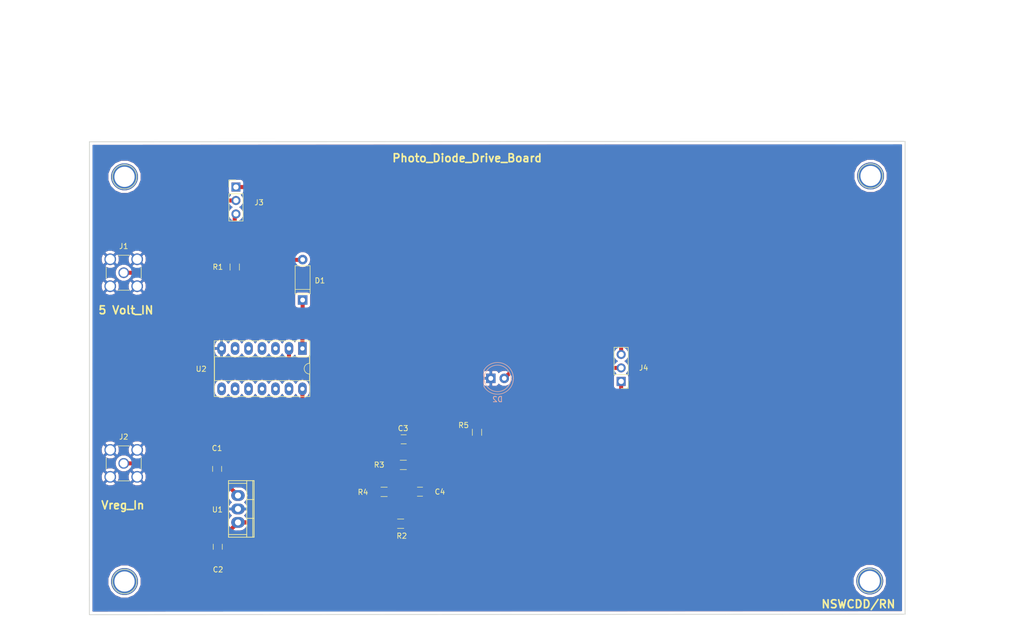
<source format=kicad_pcb>
(kicad_pcb (version 20171130) (host pcbnew "(5.0.2)-1")

  (general
    (thickness 1.6)
    (drawings 12)
    (tracks 56)
    (zones 0)
    (modules 21)
    (nets 12)
  )

  (page A4)
  (layers
    (0 F.Cu signal)
    (31 B.Cu signal)
    (32 B.Adhes user)
    (33 F.Adhes user)
    (34 B.Paste user)
    (35 F.Paste user)
    (36 B.SilkS user)
    (37 F.SilkS user)
    (38 B.Mask user)
    (39 F.Mask user)
    (40 Dwgs.User user)
    (41 Cmts.User user)
    (42 Eco1.User user)
    (43 Eco2.User user)
    (44 Edge.Cuts user)
    (45 Margin user)
    (46 B.CrtYd user)
    (47 F.CrtYd user)
    (48 B.Fab user)
    (49 F.Fab user)
  )

  (setup
    (last_trace_width 0.762)
    (trace_clearance 0.2)
    (zone_clearance 0.508)
    (zone_45_only no)
    (trace_min 0.2)
    (segment_width 0.2)
    (edge_width 0.15)
    (via_size 0.8)
    (via_drill 0.4)
    (via_min_size 0.4)
    (via_min_drill 0.3)
    (uvia_size 0.3)
    (uvia_drill 0.1)
    (uvias_allowed no)
    (uvia_min_size 0.2)
    (uvia_min_drill 0.1)
    (pcb_text_width 0.3)
    (pcb_text_size 1.5 1.5)
    (mod_edge_width 0.15)
    (mod_text_size 1 1)
    (mod_text_width 0.15)
    (pad_size 5.08 5.08)
    (pad_drill 3.81)
    (pad_to_mask_clearance 0.051)
    (solder_mask_min_width 0.25)
    (aux_axis_origin 0 0)
    (visible_elements FFFFFF7F)
    (pcbplotparams
      (layerselection 0x010fc_ffffffff)
      (usegerberextensions false)
      (usegerberattributes false)
      (usegerberadvancedattributes false)
      (creategerberjobfile false)
      (excludeedgelayer true)
      (linewidth 0.100000)
      (plotframeref false)
      (viasonmask false)
      (mode 1)
      (useauxorigin false)
      (hpglpennumber 1)
      (hpglpenspeed 20)
      (hpglpendiameter 15.000000)
      (psnegative false)
      (psa4output false)
      (plotreference true)
      (plotvalue true)
      (plotinvisibletext false)
      (padsonsilk false)
      (subtractmaskfromsilk false)
      (outputformat 1)
      (mirror false)
      (drillshape 1)
      (scaleselection 1)
      (outputdirectory ""))
  )

  (net 0 "")
  (net 1 GND)
  (net 2 "Net-(C1-Pad1)")
  (net 3 "Net-(C2-Pad1)")
  (net 4 "Net-(C3-Pad2)")
  (net 5 "Net-(C3-Pad1)")
  (net 6 "Net-(C4-Pad2)")
  (net 7 "Net-(D1-Pad2)")
  (net 8 "Net-(D1-Pad1)")
  (net 9 "Net-(D2-Pad2)")
  (net 10 "Net-(J1-Pad1)")
  (net 11 "Net-(J3-Pad1)")

  (net_class Default "This is the default net class."
    (clearance 0.2)
    (trace_width 0.762)
    (via_dia 0.8)
    (via_drill 0.4)
    (uvia_dia 0.3)
    (uvia_drill 0.1)
    (add_net GND)
    (add_net "Net-(C1-Pad1)")
    (add_net "Net-(C2-Pad1)")
    (add_net "Net-(C3-Pad1)")
    (add_net "Net-(C3-Pad2)")
    (add_net "Net-(C4-Pad2)")
    (add_net "Net-(D1-Pad1)")
    (add_net "Net-(D1-Pad2)")
    (add_net "Net-(D2-Pad2)")
    (add_net "Net-(J1-Pad1)")
    (add_net "Net-(J3-Pad1)")
  )

  (module Connectors:1pin (layer F.Cu) (tedit 5C9797CD) (tstamp 5C978F46)
    (at 69.215 131.5212)
    (descr "module 1 pin (ou trou mecanique de percage)")
    (tags DEV)
    (fp_text reference "" (at -0.0254 -4.6736) (layer F.SilkS)
      (effects (font (size 1 1) (thickness 0.15)))
    )
    (fp_text value 1pin (at 0 3) (layer F.Fab)
      (effects (font (size 1 1) (thickness 0.15)))
    )
    (fp_circle (center 0 0) (end 0 -2.286) (layer F.SilkS) (width 0.12))
    (fp_circle (center 0 0) (end 2.6 0) (layer F.CrtYd) (width 0.05))
    (fp_circle (center 0 0) (end 2 0.8) (layer F.Fab) (width 0.1))
    (pad 1 thru_hole circle (at 0 0) (size 5.08 5.08) (drill 3.81) (layers *.Cu *.Mask))
  )

  (module Connectors:1pin (layer F.Cu) (tedit 5C97986D) (tstamp 5C978F46)
    (at 69.215 55.1688)
    (descr "module 1 pin (ou trou mecanique de percage)")
    (tags DEV)
    (fp_text reference "" (at 0 -3.048) (layer F.SilkS)
      (effects (font (size 1 1) (thickness 0.15)))
    )
    (fp_text value 1pin (at 0 3) (layer F.Fab)
      (effects (font (size 1 1) (thickness 0.15)))
    )
    (fp_circle (center 0 0) (end 0 -2.286) (layer F.SilkS) (width 0.12))
    (fp_circle (center 0 0) (end 2.6 0) (layer F.CrtYd) (width 0.05))
    (fp_circle (center 0 0) (end 2 0.8) (layer F.Fab) (width 0.1))
    (pad 1 thru_hole circle (at 0 0) (size 5.08 5.08) (drill 3.81) (layers *.Cu *.Mask))
  )

  (module Connectors:1pin (layer F.Cu) (tedit 5C97989E) (tstamp 5C978F46)
    (at 209.7024 131.4196)
    (descr "module 1 pin (ou trou mecanique de percage)")
    (tags DEV)
    (fp_text reference "" (at 0 -3.048) (layer F.SilkS)
      (effects (font (size 1 1) (thickness 0.15)))
    )
    (fp_text value 1pin (at 0 3) (layer F.Fab)
      (effects (font (size 1 1) (thickness 0.15)))
    )
    (fp_circle (center 0 0) (end 0 -2.286) (layer F.SilkS) (width 0.12))
    (fp_circle (center 0 0) (end 2.6 0) (layer F.CrtYd) (width 0.05))
    (fp_circle (center 0 0) (end 2 0.8) (layer F.Fab) (width 0.1))
    (pad 1 thru_hole circle (at 0 0) (size 5.08 5.08) (drill 3.81) (layers *.Cu *.Mask))
  )

  (module Capacitors_SMD:C_0805_HandSoldering (layer F.Cu) (tedit 58AA84A8) (tstamp 5C9695F2)
    (at 86.6775 110.2741 90)
    (descr "Capacitor SMD 0805, hand soldering")
    (tags "capacitor 0805")
    (path /5C9680C8)
    (attr smd)
    (fp_text reference C1 (at 3.8989 -0.0254 180) (layer F.SilkS)
      (effects (font (size 1 1) (thickness 0.15)))
    )
    (fp_text value 10uf (at 0 1.75 90) (layer F.Fab)
      (effects (font (size 1 1) (thickness 0.15)))
    )
    (fp_line (start 2.25 0.87) (end -2.25 0.87) (layer F.CrtYd) (width 0.05))
    (fp_line (start 2.25 0.87) (end 2.25 -0.88) (layer F.CrtYd) (width 0.05))
    (fp_line (start -2.25 -0.88) (end -2.25 0.87) (layer F.CrtYd) (width 0.05))
    (fp_line (start -2.25 -0.88) (end 2.25 -0.88) (layer F.CrtYd) (width 0.05))
    (fp_line (start -0.5 0.85) (end 0.5 0.85) (layer F.SilkS) (width 0.12))
    (fp_line (start 0.5 -0.85) (end -0.5 -0.85) (layer F.SilkS) (width 0.12))
    (fp_line (start -1 -0.62) (end 1 -0.62) (layer F.Fab) (width 0.1))
    (fp_line (start 1 -0.62) (end 1 0.62) (layer F.Fab) (width 0.1))
    (fp_line (start 1 0.62) (end -1 0.62) (layer F.Fab) (width 0.1))
    (fp_line (start -1 0.62) (end -1 -0.62) (layer F.Fab) (width 0.1))
    (fp_text user %R (at 0 -1.75 90) (layer F.Fab)
      (effects (font (size 1 1) (thickness 0.15)))
    )
    (pad 2 smd rect (at 1.25 0 90) (size 1.5 1.25) (layers F.Cu F.Paste F.Mask)
      (net 1 GND))
    (pad 1 smd rect (at -1.25 0 90) (size 1.5 1.25) (layers F.Cu F.Paste F.Mask)
      (net 2 "Net-(C1-Pad1)"))
    (model Capacitors_SMD.3dshapes/C_0805.wrl
      (at (xyz 0 0 0))
      (scale (xyz 1 1 1))
      (rotate (xyz 0 0 0))
    )
  )

  (module Capacitors_SMD:C_0805_HandSoldering (layer F.Cu) (tedit 58AA84A8) (tstamp 5C969603)
    (at 86.7918 124.968 270)
    (descr "Capacitor SMD 0805, hand soldering")
    (tags "capacitor 0805")
    (path /5C968120)
    (attr smd)
    (fp_text reference C2 (at 4.3053 -0.0508) (layer F.SilkS)
      (effects (font (size 1 1) (thickness 0.15)))
    )
    (fp_text value 10uf (at 0 1.75 270) (layer F.Fab)
      (effects (font (size 1 1) (thickness 0.15)))
    )
    (fp_text user %R (at 0 -1.75 270) (layer F.Fab)
      (effects (font (size 1 1) (thickness 0.15)))
    )
    (fp_line (start -1 0.62) (end -1 -0.62) (layer F.Fab) (width 0.1))
    (fp_line (start 1 0.62) (end -1 0.62) (layer F.Fab) (width 0.1))
    (fp_line (start 1 -0.62) (end 1 0.62) (layer F.Fab) (width 0.1))
    (fp_line (start -1 -0.62) (end 1 -0.62) (layer F.Fab) (width 0.1))
    (fp_line (start 0.5 -0.85) (end -0.5 -0.85) (layer F.SilkS) (width 0.12))
    (fp_line (start -0.5 0.85) (end 0.5 0.85) (layer F.SilkS) (width 0.12))
    (fp_line (start -2.25 -0.88) (end 2.25 -0.88) (layer F.CrtYd) (width 0.05))
    (fp_line (start -2.25 -0.88) (end -2.25 0.87) (layer F.CrtYd) (width 0.05))
    (fp_line (start 2.25 0.87) (end 2.25 -0.88) (layer F.CrtYd) (width 0.05))
    (fp_line (start 2.25 0.87) (end -2.25 0.87) (layer F.CrtYd) (width 0.05))
    (pad 1 smd rect (at -1.25 0 270) (size 1.5 1.25) (layers F.Cu F.Paste F.Mask)
      (net 3 "Net-(C2-Pad1)"))
    (pad 2 smd rect (at 1.25 0 270) (size 1.5 1.25) (layers F.Cu F.Paste F.Mask)
      (net 1 GND))
    (model Capacitors_SMD.3dshapes/C_0805.wrl
      (at (xyz 0 0 0))
      (scale (xyz 1 1 1))
      (rotate (xyz 0 0 0))
    )
  )

  (module Capacitors_SMD:C_0805_HandSoldering (layer F.Cu) (tedit 58AA84A8) (tstamp 5C969614)
    (at 121.8365 104.6988 180)
    (descr "Capacitor SMD 0805, hand soldering")
    (tags "capacitor 0805")
    (path /5C968022)
    (attr smd)
    (fp_text reference C3 (at 0.107 2.0701 180) (layer F.SilkS)
      (effects (font (size 1 1) (thickness 0.15)))
    )
    (fp_text value 33pf (at 0 1.75 180) (layer F.Fab)
      (effects (font (size 1 1) (thickness 0.15)))
    )
    (fp_line (start 2.25 0.87) (end -2.25 0.87) (layer F.CrtYd) (width 0.05))
    (fp_line (start 2.25 0.87) (end 2.25 -0.88) (layer F.CrtYd) (width 0.05))
    (fp_line (start -2.25 -0.88) (end -2.25 0.87) (layer F.CrtYd) (width 0.05))
    (fp_line (start -2.25 -0.88) (end 2.25 -0.88) (layer F.CrtYd) (width 0.05))
    (fp_line (start -0.5 0.85) (end 0.5 0.85) (layer F.SilkS) (width 0.12))
    (fp_line (start 0.5 -0.85) (end -0.5 -0.85) (layer F.SilkS) (width 0.12))
    (fp_line (start -1 -0.62) (end 1 -0.62) (layer F.Fab) (width 0.1))
    (fp_line (start 1 -0.62) (end 1 0.62) (layer F.Fab) (width 0.1))
    (fp_line (start 1 0.62) (end -1 0.62) (layer F.Fab) (width 0.1))
    (fp_line (start -1 0.62) (end -1 -0.62) (layer F.Fab) (width 0.1))
    (fp_text user %R (at 0 -1.75 180) (layer F.Fab)
      (effects (font (size 1 1) (thickness 0.15)))
    )
    (pad 2 smd rect (at 1.25 0 180) (size 1.5 1.25) (layers F.Cu F.Paste F.Mask)
      (net 4 "Net-(C3-Pad2)"))
    (pad 1 smd rect (at -1.25 0 180) (size 1.5 1.25) (layers F.Cu F.Paste F.Mask)
      (net 5 "Net-(C3-Pad1)"))
    (model Capacitors_SMD.3dshapes/C_0805.wrl
      (at (xyz 0 0 0))
      (scale (xyz 1 1 1))
      (rotate (xyz 0 0 0))
    )
  )

  (module Capacitors_SMD:C_0805_HandSoldering (layer F.Cu) (tedit 58AA84A8) (tstamp 5C969625)
    (at 124.915364 114.579865 180)
    (descr "Capacitor SMD 0805, hand soldering")
    (tags "capacitor 0805")
    (path /5C968066)
    (attr smd)
    (fp_text reference C4 (at -3.761036 -0.012235 180) (layer F.SilkS)
      (effects (font (size 1 1) (thickness 0.15)))
    )
    (fp_text value 5.6nf (at 0 1.75 180) (layer F.Fab)
      (effects (font (size 1 1) (thickness 0.15)))
    )
    (fp_text user %R (at 0 -1.75 180) (layer F.Fab)
      (effects (font (size 1 1) (thickness 0.15)))
    )
    (fp_line (start -1 0.62) (end -1 -0.62) (layer F.Fab) (width 0.1))
    (fp_line (start 1 0.62) (end -1 0.62) (layer F.Fab) (width 0.1))
    (fp_line (start 1 -0.62) (end 1 0.62) (layer F.Fab) (width 0.1))
    (fp_line (start -1 -0.62) (end 1 -0.62) (layer F.Fab) (width 0.1))
    (fp_line (start 0.5 -0.85) (end -0.5 -0.85) (layer F.SilkS) (width 0.12))
    (fp_line (start -0.5 0.85) (end 0.5 0.85) (layer F.SilkS) (width 0.12))
    (fp_line (start -2.25 -0.88) (end 2.25 -0.88) (layer F.CrtYd) (width 0.05))
    (fp_line (start -2.25 -0.88) (end -2.25 0.87) (layer F.CrtYd) (width 0.05))
    (fp_line (start 2.25 0.87) (end 2.25 -0.88) (layer F.CrtYd) (width 0.05))
    (fp_line (start 2.25 0.87) (end -2.25 0.87) (layer F.CrtYd) (width 0.05))
    (pad 1 smd rect (at -1.25 0 180) (size 1.5 1.25) (layers F.Cu F.Paste F.Mask)
      (net 5 "Net-(C3-Pad1)"))
    (pad 2 smd rect (at 1.25 0 180) (size 1.5 1.25) (layers F.Cu F.Paste F.Mask)
      (net 6 "Net-(C4-Pad2)"))
    (model Capacitors_SMD.3dshapes/C_0805.wrl
      (at (xyz 0 0 0))
      (scale (xyz 1 1 1))
      (rotate (xyz 0 0 0))
    )
  )

  (module Diodes_THT:D_A-405_P7.62mm_Horizontal (layer F.Cu) (tedit 5921392E) (tstamp 5C96963E)
    (at 102.7938 78.4098 90)
    (descr "D, A-405 series, Axial, Horizontal, pin pitch=7.62mm, , length*diameter=5.2*2.7mm^2, , http://www.diodes.com/_files/packages/A-405.pdf")
    (tags "D A-405 series Axial Horizontal pin pitch 7.62mm  length 5.2mm diameter 2.7mm")
    (path /5C9683A2)
    (fp_text reference D1 (at 3.6576 3.2512 180) (layer F.SilkS)
      (effects (font (size 1 1) (thickness 0.15)))
    )
    (fp_text value 1N4001 (at 3.81 2.41 90) (layer F.Fab)
      (effects (font (size 1 1) (thickness 0.15)))
    )
    (fp_line (start 8.8 -1.7) (end -1.15 -1.7) (layer F.CrtYd) (width 0.05))
    (fp_line (start 8.8 1.7) (end 8.8 -1.7) (layer F.CrtYd) (width 0.05))
    (fp_line (start -1.15 1.7) (end 8.8 1.7) (layer F.CrtYd) (width 0.05))
    (fp_line (start -1.15 -1.7) (end -1.15 1.7) (layer F.CrtYd) (width 0.05))
    (fp_line (start 1.99 -1.41) (end 1.99 1.41) (layer F.SilkS) (width 0.12))
    (fp_line (start 6.54 0) (end 6.47 0) (layer F.SilkS) (width 0.12))
    (fp_line (start 1.08 0) (end 1.15 0) (layer F.SilkS) (width 0.12))
    (fp_line (start 6.47 -1.41) (end 1.15 -1.41) (layer F.SilkS) (width 0.12))
    (fp_line (start 6.47 1.41) (end 6.47 -1.41) (layer F.SilkS) (width 0.12))
    (fp_line (start 1.15 1.41) (end 6.47 1.41) (layer F.SilkS) (width 0.12))
    (fp_line (start 1.15 -1.41) (end 1.15 1.41) (layer F.SilkS) (width 0.12))
    (fp_line (start 1.99 -1.35) (end 1.99 1.35) (layer F.Fab) (width 0.1))
    (fp_line (start 7.62 0) (end 6.41 0) (layer F.Fab) (width 0.1))
    (fp_line (start 0 0) (end 1.21 0) (layer F.Fab) (width 0.1))
    (fp_line (start 6.41 -1.35) (end 1.21 -1.35) (layer F.Fab) (width 0.1))
    (fp_line (start 6.41 1.35) (end 6.41 -1.35) (layer F.Fab) (width 0.1))
    (fp_line (start 1.21 1.35) (end 6.41 1.35) (layer F.Fab) (width 0.1))
    (fp_line (start 1.21 -1.35) (end 1.21 1.35) (layer F.Fab) (width 0.1))
    (fp_text user %R (at 3.81 0 90) (layer F.Fab)
      (effects (font (size 1 1) (thickness 0.15)))
    )
    (pad 2 thru_hole oval (at 7.62 0 90) (size 1.8 1.8) (drill 0.9) (layers *.Cu *.Mask)
      (net 7 "Net-(D1-Pad2)"))
    (pad 1 thru_hole rect (at 0 0 90) (size 1.8 1.8) (drill 0.9) (layers *.Cu *.Mask)
      (net 8 "Net-(D1-Pad1)"))
    (model ${KISYS3DMOD}/Diodes_THT.3dshapes/D_A-405_P7.62mm_Horizontal.wrl
      (at (xyz 0 0 0))
      (scale (xyz 0.393701 0.393701 0.393701))
      (rotate (xyz 0 0 0))
    )
  )

  (module LEDs:LED_D5.0mm (layer B.Cu) (tedit 5995936A) (tstamp 5C96A8EF)
    (at 138.2649 93.1926)
    (descr "LED, diameter 5.0mm, 2 pins, http://cdn-reichelt.de/documents/datenblatt/A500/LL-504BC2E-009.pdf")
    (tags "LED diameter 5.0mm 2 pins")
    (path /5C967BE3)
    (fp_text reference D2 (at 1.27 3.96) (layer B.SilkS)
      (effects (font (size 1 1) (thickness 0.15)) (justify mirror))
    )
    (fp_text value LED (at 1.27 -3.96) (layer B.Fab)
      (effects (font (size 1 1) (thickness 0.15)) (justify mirror))
    )
    (fp_text user %R (at 1.25 0) (layer B.Fab)
      (effects (font (size 0.8 0.8) (thickness 0.2)) (justify mirror))
    )
    (fp_line (start 4.5 3.25) (end -1.95 3.25) (layer B.CrtYd) (width 0.05))
    (fp_line (start 4.5 -3.25) (end 4.5 3.25) (layer B.CrtYd) (width 0.05))
    (fp_line (start -1.95 -3.25) (end 4.5 -3.25) (layer B.CrtYd) (width 0.05))
    (fp_line (start -1.95 3.25) (end -1.95 -3.25) (layer B.CrtYd) (width 0.05))
    (fp_line (start -1.29 1.545) (end -1.29 -1.545) (layer B.SilkS) (width 0.12))
    (fp_line (start -1.23 1.469694) (end -1.23 -1.469694) (layer B.Fab) (width 0.1))
    (fp_circle (center 1.27 0) (end 3.77 0) (layer B.SilkS) (width 0.12))
    (fp_circle (center 1.27 0) (end 3.77 0) (layer B.Fab) (width 0.1))
    (fp_arc (start 1.27 0) (end -1.29 -1.54483) (angle 148.9) (layer B.SilkS) (width 0.12))
    (fp_arc (start 1.27 0) (end -1.29 1.54483) (angle -148.9) (layer B.SilkS) (width 0.12))
    (fp_arc (start 1.27 0) (end -1.23 1.469694) (angle -299.1) (layer B.Fab) (width 0.1))
    (pad 2 thru_hole circle (at 2.54 0) (size 1.8 1.8) (drill 0.9) (layers *.Cu *.Mask)
      (net 9 "Net-(D2-Pad2)"))
    (pad 1 thru_hole rect (at 0 0) (size 1.8 1.8) (drill 0.9) (layers *.Cu *.Mask)
      (net 1 GND))
    (model ${KISYS3DMOD}/LEDs.3dshapes/LED_D5.0mm.wrl
      (at (xyz 0 0 0))
      (scale (xyz 0.393701 0.393701 0.393701))
      (rotate (xyz 0 0 0))
    )
  )

  (module Connectors:SMA_THT_Jack_Straight (layer F.Cu) (tedit 58C301F2) (tstamp 5C969678)
    (at 69.0626 73.2663)
    (descr "SMA pcb through hole jack")
    (tags "SMA THT Jack Straight")
    (path /5C966312)
    (fp_text reference J1 (at 0 -5) (layer F.SilkS)
      (effects (font (size 1 1) (thickness 0.15)))
    )
    (fp_text value 5V_In (at 0 5) (layer F.Fab)
      (effects (font (size 1 1) (thickness 0.15)))
    )
    (fp_line (start 2.03 -3.05) (end 3.05 -3.05) (layer F.Fab) (width 0.1))
    (fp_line (start -1 -3.3) (end 1 -3.3) (layer F.SilkS) (width 0.12))
    (fp_line (start -1 3.3) (end 1 3.3) (layer F.SilkS) (width 0.12))
    (fp_text user %R (at 0 -5) (layer F.Fab)
      (effects (font (size 1 1) (thickness 0.15)))
    )
    (fp_line (start 3.3 -1) (end 3.3 1) (layer F.SilkS) (width 0.12))
    (fp_line (start -3.3 -1) (end -3.3 1) (layer F.SilkS) (width 0.12))
    (fp_line (start 3.17 -3.17) (end 3.17 3.17) (layer F.Fab) (width 0.1))
    (fp_line (start -3.17 3.17) (end 3.17 3.17) (layer F.Fab) (width 0.1))
    (fp_line (start -3.17 -3.17) (end -3.17 3.17) (layer F.Fab) (width 0.1))
    (fp_line (start -3.17 -3.17) (end 3.17 -3.17) (layer F.Fab) (width 0.1))
    (fp_line (start -2.03 -3.05) (end -2.03 -2.03) (layer F.Fab) (width 0.1))
    (fp_line (start -3.05 -2.03) (end -2.03 -2.03) (layer F.Fab) (width 0.1))
    (fp_line (start -2.03 2.03) (end -2.03 3.05) (layer F.Fab) (width 0.1))
    (fp_line (start -3.05 2.03) (end -2.03 2.03) (layer F.Fab) (width 0.1))
    (fp_line (start 2.03 -3.05) (end 2.03 -2.03) (layer F.Fab) (width 0.1))
    (fp_line (start 2.03 -2.03) (end 3.05 -2.03) (layer F.Fab) (width 0.1))
    (fp_line (start 3.05 2.03) (end 2.03 2.03) (layer F.Fab) (width 0.1))
    (fp_line (start 2.03 2.03) (end 2.03 3.05) (layer F.Fab) (width 0.1))
    (fp_line (start -4.14 -4.14) (end 4.14 -4.14) (layer F.CrtYd) (width 0.05))
    (fp_line (start -4.14 -4.14) (end -4.14 4.14) (layer F.CrtYd) (width 0.05))
    (fp_line (start 4.14 4.14) (end 4.14 -4.14) (layer F.CrtYd) (width 0.05))
    (fp_line (start 4.14 4.14) (end -4.14 4.14) (layer F.CrtYd) (width 0.05))
    (fp_circle (center 0 0) (end 2.04 0) (layer F.Fab) (width 0.1))
    (fp_circle (center 0 0) (end 0.635 0) (layer F.Fab) (width 0.1))
    (fp_line (start 3.05 -3.05) (end 3.05 -2.03) (layer F.Fab) (width 0.1))
    (fp_line (start -3.05 -3.05) (end -3.05 -2.03) (layer F.Fab) (width 0.1))
    (fp_line (start -3.05 -3.05) (end -2.03 -3.05) (layer F.Fab) (width 0.1))
    (fp_line (start -3.05 3.05) (end -2.03 3.05) (layer F.Fab) (width 0.1))
    (fp_line (start -3.05 3.05) (end -3.05 2.03) (layer F.Fab) (width 0.1))
    (fp_line (start 3.05 2.03) (end 3.05 3.05) (layer F.Fab) (width 0.1))
    (fp_line (start 2.03 3.05) (end 3.05 3.05) (layer F.Fab) (width 0.1))
    (pad 2 thru_hole circle (at -2.54 2.54) (size 2.2 2.2) (drill 1.7) (layers *.Cu *.Mask)
      (net 1 GND))
    (pad 2 thru_hole circle (at -2.54 -2.54) (size 2.2 2.2) (drill 1.7) (layers *.Cu *.Mask)
      (net 1 GND))
    (pad 2 thru_hole circle (at 2.54 -2.54) (size 2.2 2.2) (drill 1.7) (layers *.Cu *.Mask)
      (net 1 GND))
    (pad 2 thru_hole circle (at 2.54 2.54) (size 2.2 2.2) (drill 1.7) (layers *.Cu *.Mask)
      (net 1 GND))
    (pad 1 thru_hole circle (at 0 0) (size 2 2) (drill 1.5) (layers *.Cu *.Mask)
      (net 10 "Net-(J1-Pad1)"))
  )

  (module Connectors:SMA_THT_Jack_Straight (layer F.Cu) (tedit 58C301F2) (tstamp 5C9696A0)
    (at 69.0626 109.2327)
    (descr "SMA pcb through hole jack")
    (tags "SMA THT Jack Straight")
    (path /5C967AED)
    (fp_text reference J2 (at 0 -5) (layer F.SilkS)
      (effects (font (size 1 1) (thickness 0.15)))
    )
    (fp_text value "REGV_ In" (at 0 5) (layer F.Fab)
      (effects (font (size 1 1) (thickness 0.15)))
    )
    (fp_line (start 2.03 3.05) (end 3.05 3.05) (layer F.Fab) (width 0.1))
    (fp_line (start 3.05 2.03) (end 3.05 3.05) (layer F.Fab) (width 0.1))
    (fp_line (start -3.05 3.05) (end -3.05 2.03) (layer F.Fab) (width 0.1))
    (fp_line (start -3.05 3.05) (end -2.03 3.05) (layer F.Fab) (width 0.1))
    (fp_line (start -3.05 -3.05) (end -2.03 -3.05) (layer F.Fab) (width 0.1))
    (fp_line (start -3.05 -3.05) (end -3.05 -2.03) (layer F.Fab) (width 0.1))
    (fp_line (start 3.05 -3.05) (end 3.05 -2.03) (layer F.Fab) (width 0.1))
    (fp_circle (center 0 0) (end 0.635 0) (layer F.Fab) (width 0.1))
    (fp_circle (center 0 0) (end 2.04 0) (layer F.Fab) (width 0.1))
    (fp_line (start 4.14 4.14) (end -4.14 4.14) (layer F.CrtYd) (width 0.05))
    (fp_line (start 4.14 4.14) (end 4.14 -4.14) (layer F.CrtYd) (width 0.05))
    (fp_line (start -4.14 -4.14) (end -4.14 4.14) (layer F.CrtYd) (width 0.05))
    (fp_line (start -4.14 -4.14) (end 4.14 -4.14) (layer F.CrtYd) (width 0.05))
    (fp_line (start 2.03 2.03) (end 2.03 3.05) (layer F.Fab) (width 0.1))
    (fp_line (start 3.05 2.03) (end 2.03 2.03) (layer F.Fab) (width 0.1))
    (fp_line (start 2.03 -2.03) (end 3.05 -2.03) (layer F.Fab) (width 0.1))
    (fp_line (start 2.03 -3.05) (end 2.03 -2.03) (layer F.Fab) (width 0.1))
    (fp_line (start -3.05 2.03) (end -2.03 2.03) (layer F.Fab) (width 0.1))
    (fp_line (start -2.03 2.03) (end -2.03 3.05) (layer F.Fab) (width 0.1))
    (fp_line (start -3.05 -2.03) (end -2.03 -2.03) (layer F.Fab) (width 0.1))
    (fp_line (start -2.03 -3.05) (end -2.03 -2.03) (layer F.Fab) (width 0.1))
    (fp_line (start -3.17 -3.17) (end 3.17 -3.17) (layer F.Fab) (width 0.1))
    (fp_line (start -3.17 -3.17) (end -3.17 3.17) (layer F.Fab) (width 0.1))
    (fp_line (start -3.17 3.17) (end 3.17 3.17) (layer F.Fab) (width 0.1))
    (fp_line (start 3.17 -3.17) (end 3.17 3.17) (layer F.Fab) (width 0.1))
    (fp_line (start -3.3 -1) (end -3.3 1) (layer F.SilkS) (width 0.12))
    (fp_line (start 3.3 -1) (end 3.3 1) (layer F.SilkS) (width 0.12))
    (fp_text user %R (at 0 -5) (layer F.Fab)
      (effects (font (size 1 1) (thickness 0.15)))
    )
    (fp_line (start -1 3.3) (end 1 3.3) (layer F.SilkS) (width 0.12))
    (fp_line (start -1 -3.3) (end 1 -3.3) (layer F.SilkS) (width 0.12))
    (fp_line (start 2.03 -3.05) (end 3.05 -3.05) (layer F.Fab) (width 0.1))
    (pad 1 thru_hole circle (at 0 0) (size 2 2) (drill 1.5) (layers *.Cu *.Mask)
      (net 2 "Net-(C1-Pad1)"))
    (pad 2 thru_hole circle (at 2.54 2.54) (size 2.2 2.2) (drill 1.7) (layers *.Cu *.Mask)
      (net 1 GND))
    (pad 2 thru_hole circle (at 2.54 -2.54) (size 2.2 2.2) (drill 1.7) (layers *.Cu *.Mask)
      (net 1 GND))
    (pad 2 thru_hole circle (at -2.54 -2.54) (size 2.2 2.2) (drill 1.7) (layers *.Cu *.Mask)
      (net 1 GND))
    (pad 2 thru_hole circle (at -2.54 2.54) (size 2.2 2.2) (drill 1.7) (layers *.Cu *.Mask)
      (net 1 GND))
  )

  (module Pin_Headers:Pin_Header_Straight_1x03_Pitch2.54mm (layer F.Cu) (tedit 59650532) (tstamp 5C9696B7)
    (at 90.2208 57.0992)
    (descr "Through hole straight pin header, 1x03, 2.54mm pitch, single row")
    (tags "Through hole pin header THT 1x03 2.54mm single row")
    (path /5C967C80)
    (fp_text reference J3 (at 4.3561 2.921) (layer F.SilkS)
      (effects (font (size 1 1) (thickness 0.15)))
    )
    (fp_text value Conn_01x03 (at 0 7.41) (layer F.Fab)
      (effects (font (size 1 1) (thickness 0.15)))
    )
    (fp_line (start -0.635 -1.27) (end 1.27 -1.27) (layer F.Fab) (width 0.1))
    (fp_line (start 1.27 -1.27) (end 1.27 6.35) (layer F.Fab) (width 0.1))
    (fp_line (start 1.27 6.35) (end -1.27 6.35) (layer F.Fab) (width 0.1))
    (fp_line (start -1.27 6.35) (end -1.27 -0.635) (layer F.Fab) (width 0.1))
    (fp_line (start -1.27 -0.635) (end -0.635 -1.27) (layer F.Fab) (width 0.1))
    (fp_line (start -1.33 6.41) (end 1.33 6.41) (layer F.SilkS) (width 0.12))
    (fp_line (start -1.33 1.27) (end -1.33 6.41) (layer F.SilkS) (width 0.12))
    (fp_line (start 1.33 1.27) (end 1.33 6.41) (layer F.SilkS) (width 0.12))
    (fp_line (start -1.33 1.27) (end 1.33 1.27) (layer F.SilkS) (width 0.12))
    (fp_line (start -1.33 0) (end -1.33 -1.33) (layer F.SilkS) (width 0.12))
    (fp_line (start -1.33 -1.33) (end 0 -1.33) (layer F.SilkS) (width 0.12))
    (fp_line (start -1.8 -1.8) (end -1.8 6.85) (layer F.CrtYd) (width 0.05))
    (fp_line (start -1.8 6.85) (end 1.8 6.85) (layer F.CrtYd) (width 0.05))
    (fp_line (start 1.8 6.85) (end 1.8 -1.8) (layer F.CrtYd) (width 0.05))
    (fp_line (start 1.8 -1.8) (end -1.8 -1.8) (layer F.CrtYd) (width 0.05))
    (fp_text user %R (at 0 2.54 90) (layer F.Fab)
      (effects (font (size 1 1) (thickness 0.15)))
    )
    (pad 1 thru_hole rect (at 0 0) (size 1.7 1.7) (drill 1) (layers *.Cu *.Mask)
      (net 11 "Net-(J3-Pad1)"))
    (pad 2 thru_hole oval (at 0 2.54) (size 1.7 1.7) (drill 1) (layers *.Cu *.Mask)
      (net 10 "Net-(J1-Pad1)"))
    (pad 3 thru_hole oval (at 0 5.08) (size 1.7 1.7) (drill 1) (layers *.Cu *.Mask)
      (net 7 "Net-(D1-Pad2)"))
    (model ${KISYS3DMOD}/Pin_Headers.3dshapes/Pin_Header_Straight_1x03_Pitch2.54mm.wrl
      (at (xyz 0 0 0))
      (scale (xyz 1 1 1))
      (rotate (xyz 0 0 0))
    )
  )

  (module Pin_Headers:Pin_Header_Straight_1x03_Pitch2.54mm (layer F.Cu) (tedit 59650532) (tstamp 5C9696CE)
    (at 162.8394 93.7641 180)
    (descr "Through hole straight pin header, 1x03, 2.54mm pitch, single row")
    (tags "Through hole pin header THT 1x03 2.54mm single row")
    (path /5C967CBC)
    (fp_text reference J4 (at -4.2418 2.5527 180) (layer F.SilkS)
      (effects (font (size 1 1) (thickness 0.15)))
    )
    (fp_text value Conn_01x03 (at 0 7.41 180) (layer F.Fab)
      (effects (font (size 1 1) (thickness 0.15)))
    )
    (fp_text user %R (at 0 2.54 270) (layer F.Fab)
      (effects (font (size 1 1) (thickness 0.15)))
    )
    (fp_line (start 1.8 -1.8) (end -1.8 -1.8) (layer F.CrtYd) (width 0.05))
    (fp_line (start 1.8 6.85) (end 1.8 -1.8) (layer F.CrtYd) (width 0.05))
    (fp_line (start -1.8 6.85) (end 1.8 6.85) (layer F.CrtYd) (width 0.05))
    (fp_line (start -1.8 -1.8) (end -1.8 6.85) (layer F.CrtYd) (width 0.05))
    (fp_line (start -1.33 -1.33) (end 0 -1.33) (layer F.SilkS) (width 0.12))
    (fp_line (start -1.33 0) (end -1.33 -1.33) (layer F.SilkS) (width 0.12))
    (fp_line (start -1.33 1.27) (end 1.33 1.27) (layer F.SilkS) (width 0.12))
    (fp_line (start 1.33 1.27) (end 1.33 6.41) (layer F.SilkS) (width 0.12))
    (fp_line (start -1.33 1.27) (end -1.33 6.41) (layer F.SilkS) (width 0.12))
    (fp_line (start -1.33 6.41) (end 1.33 6.41) (layer F.SilkS) (width 0.12))
    (fp_line (start -1.27 -0.635) (end -0.635 -1.27) (layer F.Fab) (width 0.1))
    (fp_line (start -1.27 6.35) (end -1.27 -0.635) (layer F.Fab) (width 0.1))
    (fp_line (start 1.27 6.35) (end -1.27 6.35) (layer F.Fab) (width 0.1))
    (fp_line (start 1.27 -1.27) (end 1.27 6.35) (layer F.Fab) (width 0.1))
    (fp_line (start -0.635 -1.27) (end 1.27 -1.27) (layer F.Fab) (width 0.1))
    (pad 3 thru_hole oval (at 0 5.08 180) (size 1.7 1.7) (drill 1) (layers *.Cu *.Mask)
      (net 11 "Net-(J3-Pad1)"))
    (pad 2 thru_hole oval (at 0 2.54 180) (size 1.7 1.7) (drill 1) (layers *.Cu *.Mask)
      (net 9 "Net-(D2-Pad2)"))
    (pad 1 thru_hole rect (at 0 0 180) (size 1.7 1.7) (drill 1) (layers *.Cu *.Mask)
      (net 5 "Net-(C3-Pad1)"))
    (model ${KISYS3DMOD}/Pin_Headers.3dshapes/Pin_Header_Straight_1x03_Pitch2.54mm.wrl
      (at (xyz 0 0 0))
      (scale (xyz 1 1 1))
      (rotate (xyz 0 0 0))
    )
  )

  (module Resistors_SMD:R_0805_HandSoldering (layer F.Cu) (tedit 58E0A804) (tstamp 5C9696DF)
    (at 89.9922 72.1868 270)
    (descr "Resistor SMD 0805, hand soldering")
    (tags "resistor 0805")
    (path /5C967DCC)
    (attr smd)
    (fp_text reference R1 (at 0 3.1877) (layer F.SilkS)
      (effects (font (size 1 1) (thickness 0.15)))
    )
    (fp_text value 50 (at 0 1.75 270) (layer F.Fab)
      (effects (font (size 1 1) (thickness 0.15)))
    )
    (fp_line (start 2.35 0.9) (end -2.35 0.9) (layer F.CrtYd) (width 0.05))
    (fp_line (start 2.35 0.9) (end 2.35 -0.9) (layer F.CrtYd) (width 0.05))
    (fp_line (start -2.35 -0.9) (end -2.35 0.9) (layer F.CrtYd) (width 0.05))
    (fp_line (start -2.35 -0.9) (end 2.35 -0.9) (layer F.CrtYd) (width 0.05))
    (fp_line (start -0.6 -0.88) (end 0.6 -0.88) (layer F.SilkS) (width 0.12))
    (fp_line (start 0.6 0.88) (end -0.6 0.88) (layer F.SilkS) (width 0.12))
    (fp_line (start -1 -0.62) (end 1 -0.62) (layer F.Fab) (width 0.1))
    (fp_line (start 1 -0.62) (end 1 0.62) (layer F.Fab) (width 0.1))
    (fp_line (start 1 0.62) (end -1 0.62) (layer F.Fab) (width 0.1))
    (fp_line (start -1 0.62) (end -1 -0.62) (layer F.Fab) (width 0.1))
    (fp_text user %R (at 0 0 270) (layer F.Fab)
      (effects (font (size 0.5 0.5) (thickness 0.075)))
    )
    (pad 2 smd rect (at 1.35 0 270) (size 1.5 1.3) (layers F.Cu F.Paste F.Mask)
      (net 1 GND))
    (pad 1 smd rect (at -1.35 0 270) (size 1.5 1.3) (layers F.Cu F.Paste F.Mask)
      (net 7 "Net-(D1-Pad2)"))
    (model ${KISYS3DMOD}/Resistors_SMD.3dshapes/R_0805.wrl
      (at (xyz 0 0 0))
      (scale (xyz 1 1 1))
      (rotate (xyz 0 0 0))
    )
  )

  (module Resistors_SMD:R_0805_HandSoldering (layer F.Cu) (tedit 58E0A804) (tstamp 5C9696F0)
    (at 121.2685 120.6119)
    (descr "Resistor SMD 0805, hand soldering")
    (tags "resistor 0805")
    (path /5C967F32)
    (attr smd)
    (fp_text reference R2 (at 0.207 2.3114) (layer F.SilkS)
      (effects (font (size 1 1) (thickness 0.15)))
    )
    (fp_text value 300 (at 0 1.75) (layer F.Fab)
      (effects (font (size 1 1) (thickness 0.15)))
    )
    (fp_line (start 2.35 0.9) (end -2.35 0.9) (layer F.CrtYd) (width 0.05))
    (fp_line (start 2.35 0.9) (end 2.35 -0.9) (layer F.CrtYd) (width 0.05))
    (fp_line (start -2.35 -0.9) (end -2.35 0.9) (layer F.CrtYd) (width 0.05))
    (fp_line (start -2.35 -0.9) (end 2.35 -0.9) (layer F.CrtYd) (width 0.05))
    (fp_line (start -0.6 -0.88) (end 0.6 -0.88) (layer F.SilkS) (width 0.12))
    (fp_line (start 0.6 0.88) (end -0.6 0.88) (layer F.SilkS) (width 0.12))
    (fp_line (start -1 -0.62) (end 1 -0.62) (layer F.Fab) (width 0.1))
    (fp_line (start 1 -0.62) (end 1 0.62) (layer F.Fab) (width 0.1))
    (fp_line (start 1 0.62) (end -1 0.62) (layer F.Fab) (width 0.1))
    (fp_line (start -1 0.62) (end -1 -0.62) (layer F.Fab) (width 0.1))
    (fp_text user %R (at 0 0) (layer F.Fab)
      (effects (font (size 0.5 0.5) (thickness 0.075)))
    )
    (pad 2 smd rect (at 1.35 0) (size 1.5 1.3) (layers F.Cu F.Paste F.Mask)
      (net 5 "Net-(C3-Pad1)"))
    (pad 1 smd rect (at -1.35 0) (size 1.5 1.3) (layers F.Cu F.Paste F.Mask)
      (net 3 "Net-(C2-Pad1)"))
    (model ${KISYS3DMOD}/Resistors_SMD.3dshapes/R_0805.wrl
      (at (xyz 0 0 0))
      (scale (xyz 1 1 1))
      (rotate (xyz 0 0 0))
    )
  )

  (module Resistors_SMD:R_0805_HandSoldering (layer F.Cu) (tedit 58E0A804) (tstamp 5C969701)
    (at 121.7714 109.5248 180)
    (descr "Resistor SMD 0805, hand soldering")
    (tags "resistor 0805")
    (path /5C967E18)
    (attr smd)
    (fp_text reference R3 (at 4.5504 0.0127 180) (layer F.SilkS)
      (effects (font (size 1 1) (thickness 0.15)))
    )
    (fp_text value 180 (at 0 1.75 180) (layer F.Fab)
      (effects (font (size 1 1) (thickness 0.15)))
    )
    (fp_text user %R (at 0 0 180) (layer F.Fab)
      (effects (font (size 0.5 0.5) (thickness 0.075)))
    )
    (fp_line (start -1 0.62) (end -1 -0.62) (layer F.Fab) (width 0.1))
    (fp_line (start 1 0.62) (end -1 0.62) (layer F.Fab) (width 0.1))
    (fp_line (start 1 -0.62) (end 1 0.62) (layer F.Fab) (width 0.1))
    (fp_line (start -1 -0.62) (end 1 -0.62) (layer F.Fab) (width 0.1))
    (fp_line (start 0.6 0.88) (end -0.6 0.88) (layer F.SilkS) (width 0.12))
    (fp_line (start -0.6 -0.88) (end 0.6 -0.88) (layer F.SilkS) (width 0.12))
    (fp_line (start -2.35 -0.9) (end 2.35 -0.9) (layer F.CrtYd) (width 0.05))
    (fp_line (start -2.35 -0.9) (end -2.35 0.9) (layer F.CrtYd) (width 0.05))
    (fp_line (start 2.35 0.9) (end 2.35 -0.9) (layer F.CrtYd) (width 0.05))
    (fp_line (start 2.35 0.9) (end -2.35 0.9) (layer F.CrtYd) (width 0.05))
    (pad 1 smd rect (at -1.35 0 180) (size 1.5 1.3) (layers F.Cu F.Paste F.Mask)
      (net 5 "Net-(C3-Pad1)"))
    (pad 2 smd rect (at 1.35 0 180) (size 1.5 1.3) (layers F.Cu F.Paste F.Mask)
      (net 4 "Net-(C3-Pad2)"))
    (model ${KISYS3DMOD}/Resistors_SMD.3dshapes/R_0805.wrl
      (at (xyz 0 0 0))
      (scale (xyz 1 1 1))
      (rotate (xyz 0 0 0))
    )
  )

  (module Resistors_SMD:R_0805_HandSoldering (layer F.Cu) (tedit 58E0A804) (tstamp 5C969712)
    (at 118.149764 114.605265 180)
    (descr "Resistor SMD 0805, hand soldering")
    (tags "resistor 0805")
    (path /5C967EDA)
    (attr smd)
    (fp_text reference R4 (at 3.976764 -0.063035 180) (layer F.SilkS)
      (effects (font (size 1 1) (thickness 0.15)))
    )
    (fp_text value 470 (at 0 1.75 180) (layer F.Fab)
      (effects (font (size 1 1) (thickness 0.15)))
    )
    (fp_text user %R (at 0 0 180) (layer F.Fab)
      (effects (font (size 0.5 0.5) (thickness 0.075)))
    )
    (fp_line (start -1 0.62) (end -1 -0.62) (layer F.Fab) (width 0.1))
    (fp_line (start 1 0.62) (end -1 0.62) (layer F.Fab) (width 0.1))
    (fp_line (start 1 -0.62) (end 1 0.62) (layer F.Fab) (width 0.1))
    (fp_line (start -1 -0.62) (end 1 -0.62) (layer F.Fab) (width 0.1))
    (fp_line (start 0.6 0.88) (end -0.6 0.88) (layer F.SilkS) (width 0.12))
    (fp_line (start -0.6 -0.88) (end 0.6 -0.88) (layer F.SilkS) (width 0.12))
    (fp_line (start -2.35 -0.9) (end 2.35 -0.9) (layer F.CrtYd) (width 0.05))
    (fp_line (start -2.35 -0.9) (end -2.35 0.9) (layer F.CrtYd) (width 0.05))
    (fp_line (start 2.35 0.9) (end 2.35 -0.9) (layer F.CrtYd) (width 0.05))
    (fp_line (start 2.35 0.9) (end -2.35 0.9) (layer F.CrtYd) (width 0.05))
    (pad 1 smd rect (at -1.35 0 180) (size 1.5 1.3) (layers F.Cu F.Paste F.Mask)
      (net 6 "Net-(C4-Pad2)"))
    (pad 2 smd rect (at 1.35 0 180) (size 1.5 1.3) (layers F.Cu F.Paste F.Mask)
      (net 4 "Net-(C3-Pad2)"))
    (model ${KISYS3DMOD}/Resistors_SMD.3dshapes/R_0805.wrl
      (at (xyz 0 0 0))
      (scale (xyz 1 1 1))
      (rotate (xyz 0 0 0))
    )
  )

  (module Resistors_SMD:R_0805_HandSoldering (layer F.Cu) (tedit 58E0A804) (tstamp 5C969723)
    (at 135.6614 103.3653 90)
    (descr "Resistor SMD 0805, hand soldering")
    (tags "resistor 0805")
    (path /5C967E78)
    (attr smd)
    (fp_text reference R5 (at 1.3208 -2.5273 180) (layer F.SilkS)
      (effects (font (size 1 1) (thickness 0.15)))
    )
    (fp_text value 330 (at 0 1.75 90) (layer F.Fab)
      (effects (font (size 1 1) (thickness 0.15)))
    )
    (fp_line (start 2.35 0.9) (end -2.35 0.9) (layer F.CrtYd) (width 0.05))
    (fp_line (start 2.35 0.9) (end 2.35 -0.9) (layer F.CrtYd) (width 0.05))
    (fp_line (start -2.35 -0.9) (end -2.35 0.9) (layer F.CrtYd) (width 0.05))
    (fp_line (start -2.35 -0.9) (end 2.35 -0.9) (layer F.CrtYd) (width 0.05))
    (fp_line (start -0.6 -0.88) (end 0.6 -0.88) (layer F.SilkS) (width 0.12))
    (fp_line (start 0.6 0.88) (end -0.6 0.88) (layer F.SilkS) (width 0.12))
    (fp_line (start -1 -0.62) (end 1 -0.62) (layer F.Fab) (width 0.1))
    (fp_line (start 1 -0.62) (end 1 0.62) (layer F.Fab) (width 0.1))
    (fp_line (start 1 0.62) (end -1 0.62) (layer F.Fab) (width 0.1))
    (fp_line (start -1 0.62) (end -1 -0.62) (layer F.Fab) (width 0.1))
    (fp_text user %R (at 0 0 90) (layer F.Fab)
      (effects (font (size 0.5 0.5) (thickness 0.075)))
    )
    (pad 2 smd rect (at 1.35 0 90) (size 1.5 1.3) (layers F.Cu F.Paste F.Mask)
      (net 1 GND))
    (pad 1 smd rect (at -1.35 0 90) (size 1.5 1.3) (layers F.Cu F.Paste F.Mask)
      (net 5 "Net-(C3-Pad1)"))
    (model ${KISYS3DMOD}/Resistors_SMD.3dshapes/R_0805.wrl
      (at (xyz 0 0 0))
      (scale (xyz 1 1 1))
      (rotate (xyz 0 0 0))
    )
  )

  (module Power_Integrations:TO-220 (layer F.Cu) (tedit 0) (tstamp 5C969734)
    (at 90.6018 117.8306 270)
    (descr "Non Isolated JEDEC TO-220 Package")
    (tags "Power Integration YN Package")
    (path /5C9697FF)
    (fp_text reference U1 (at 0.127 3.8735) (layer F.SilkS)
      (effects (font (size 1 1) (thickness 0.15)))
    )
    (fp_text value L7805 (at 0 -4.318 270) (layer F.Fab)
      (effects (font (size 1 1) (thickness 0.15)))
    )
    (fp_line (start 5.334 -3.048) (end -5.334 -3.048) (layer F.SilkS) (width 0.15))
    (fp_line (start 5.334 -3.048) (end 5.334 1.778) (layer F.SilkS) (width 0.15))
    (fp_line (start -5.334 -3.048) (end -5.334 1.778) (layer F.SilkS) (width 0.15))
    (fp_line (start 5.334 1.778) (end -5.334 1.778) (layer F.SilkS) (width 0.15))
    (fp_line (start -5.334 -1.651) (end 5.334 -1.651) (layer F.SilkS) (width 0.15))
    (fp_line (start -1.778 -1.778) (end -1.778 -3.048) (layer F.SilkS) (width 0.15))
    (fp_line (start 1.778 -1.778) (end 1.778 -3.048) (layer F.SilkS) (width 0.15))
    (fp_line (start 5.334 -2.794) (end -5.334 -2.794) (layer F.SilkS) (width 0.15))
    (fp_line (start -4.826 -1.651) (end -4.826 1.778) (layer F.SilkS) (width 0.15))
    (fp_line (start 4.826 -1.651) (end 4.826 1.778) (layer F.SilkS) (width 0.15))
    (pad 1 thru_hole oval (at -2.54 0 270) (size 2.032 2.54) (drill 1.143) (layers *.Cu *.Mask)
      (net 2 "Net-(C1-Pad1)"))
    (pad 3 thru_hole oval (at 2.54 0 270) (size 2.032 2.54) (drill 1.143) (layers *.Cu *.Mask)
      (net 3 "Net-(C2-Pad1)"))
    (pad 2 thru_hole oval (at 0 0 270) (size 2.032 2.54) (drill 1.143) (layers *.Cu *.Mask)
      (net 1 GND))
  )

  (module Housings_DIP:DIP-14_W7.62mm_Socket_LongPads (layer F.Cu) (tedit 59C78D6B) (tstamp 5C96975E)
    (at 102.7557 87.5538 270)
    (descr "14-lead though-hole mounted DIP package, row spacing 7.62 mm (300 mils), Socket, LongPads")
    (tags "THT DIP DIL PDIP 2.54mm 7.62mm 300mil Socket LongPads")
    (path /5C9681F9)
    (fp_text reference U2 (at 3.8735 19.0881) (layer F.SilkS)
      (effects (font (size 1 1) (thickness 0.15)))
    )
    (fp_text value 74HC7014 (at 3.81 17.57 270) (layer F.Fab)
      (effects (font (size 1 1) (thickness 0.15)))
    )
    (fp_text user %R (at 3.81 7.62 270) (layer F.Fab)
      (effects (font (size 1 1) (thickness 0.15)))
    )
    (fp_line (start 9.15 -1.6) (end -1.55 -1.6) (layer F.CrtYd) (width 0.05))
    (fp_line (start 9.15 16.85) (end 9.15 -1.6) (layer F.CrtYd) (width 0.05))
    (fp_line (start -1.55 16.85) (end 9.15 16.85) (layer F.CrtYd) (width 0.05))
    (fp_line (start -1.55 -1.6) (end -1.55 16.85) (layer F.CrtYd) (width 0.05))
    (fp_line (start 9.06 -1.39) (end -1.44 -1.39) (layer F.SilkS) (width 0.12))
    (fp_line (start 9.06 16.63) (end 9.06 -1.39) (layer F.SilkS) (width 0.12))
    (fp_line (start -1.44 16.63) (end 9.06 16.63) (layer F.SilkS) (width 0.12))
    (fp_line (start -1.44 -1.39) (end -1.44 16.63) (layer F.SilkS) (width 0.12))
    (fp_line (start 6.06 -1.33) (end 4.81 -1.33) (layer F.SilkS) (width 0.12))
    (fp_line (start 6.06 16.57) (end 6.06 -1.33) (layer F.SilkS) (width 0.12))
    (fp_line (start 1.56 16.57) (end 6.06 16.57) (layer F.SilkS) (width 0.12))
    (fp_line (start 1.56 -1.33) (end 1.56 16.57) (layer F.SilkS) (width 0.12))
    (fp_line (start 2.81 -1.33) (end 1.56 -1.33) (layer F.SilkS) (width 0.12))
    (fp_line (start 8.89 -1.33) (end -1.27 -1.33) (layer F.Fab) (width 0.1))
    (fp_line (start 8.89 16.57) (end 8.89 -1.33) (layer F.Fab) (width 0.1))
    (fp_line (start -1.27 16.57) (end 8.89 16.57) (layer F.Fab) (width 0.1))
    (fp_line (start -1.27 -1.33) (end -1.27 16.57) (layer F.Fab) (width 0.1))
    (fp_line (start 0.635 -0.27) (end 1.635 -1.27) (layer F.Fab) (width 0.1))
    (fp_line (start 0.635 16.51) (end 0.635 -0.27) (layer F.Fab) (width 0.1))
    (fp_line (start 6.985 16.51) (end 0.635 16.51) (layer F.Fab) (width 0.1))
    (fp_line (start 6.985 -1.27) (end 6.985 16.51) (layer F.Fab) (width 0.1))
    (fp_line (start 1.635 -1.27) (end 6.985 -1.27) (layer F.Fab) (width 0.1))
    (fp_arc (start 3.81 -1.33) (end 2.81 -1.33) (angle -180) (layer F.SilkS) (width 0.12))
    (pad 14 thru_hole oval (at 7.62 0 270) (size 2.4 1.6) (drill 0.8) (layers *.Cu *.Mask)
      (net 3 "Net-(C2-Pad1)"))
    (pad 7 thru_hole oval (at 0 15.24 270) (size 2.4 1.6) (drill 0.8) (layers *.Cu *.Mask)
      (net 1 GND))
    (pad 13 thru_hole oval (at 7.62 2.54 270) (size 2.4 1.6) (drill 0.8) (layers *.Cu *.Mask))
    (pad 6 thru_hole oval (at 0 12.7 270) (size 2.4 1.6) (drill 0.8) (layers *.Cu *.Mask))
    (pad 12 thru_hole oval (at 7.62 5.08 270) (size 2.4 1.6) (drill 0.8) (layers *.Cu *.Mask))
    (pad 5 thru_hole oval (at 0 10.16 270) (size 2.4 1.6) (drill 0.8) (layers *.Cu *.Mask))
    (pad 11 thru_hole oval (at 7.62 7.62 270) (size 2.4 1.6) (drill 0.8) (layers *.Cu *.Mask))
    (pad 4 thru_hole oval (at 0 7.62 270) (size 2.4 1.6) (drill 0.8) (layers *.Cu *.Mask))
    (pad 10 thru_hole oval (at 7.62 10.16 270) (size 2.4 1.6) (drill 0.8) (layers *.Cu *.Mask))
    (pad 3 thru_hole oval (at 0 5.08 270) (size 2.4 1.6) (drill 0.8) (layers *.Cu *.Mask))
    (pad 9 thru_hole oval (at 7.62 12.7 270) (size 2.4 1.6) (drill 0.8) (layers *.Cu *.Mask))
    (pad 2 thru_hole oval (at 0 2.54 270) (size 2.4 1.6) (drill 0.8) (layers *.Cu *.Mask)
      (net 4 "Net-(C3-Pad2)"))
    (pad 8 thru_hole oval (at 7.62 15.24 270) (size 2.4 1.6) (drill 0.8) (layers *.Cu *.Mask))
    (pad 1 thru_hole rect (at 0 0 270) (size 2.4 1.6) (drill 0.8) (layers *.Cu *.Mask)
      (net 8 "Net-(D1-Pad1)"))
    (model ${KISYS3DMOD}/Housings_DIP.3dshapes/DIP-14_W7.62mm_Socket.wrl
      (at (xyz 0 0 0))
      (scale (xyz 1 1 1))
      (rotate (xyz 0 0 0))
    )
  )

  (module Connectors:1pin (layer F.Cu) (tedit 5C979876) (tstamp 5C978AA2)
    (at 209.8548 55.0037)
    (descr "module 1 pin (ou trou mecanique de percage)")
    (tags DEV)
    (fp_text reference "" (at 0 -3.048) (layer F.SilkS)
      (effects (font (size 1 1) (thickness 0.15)))
    )
    (fp_text value 1pin (at 0 3) (layer F.Fab)
      (effects (font (size 1 1) (thickness 0.15)))
    )
    (fp_circle (center 0 0) (end 2 0.8) (layer F.Fab) (width 0.1))
    (fp_circle (center 0 0) (end 2.6 0) (layer F.CrtYd) (width 0.05))
    (fp_circle (center 0 0) (end 0 -2.286) (layer F.SilkS) (width 0.12))
    (pad 1 thru_hole circle (at 0 0) (size 5.08 5.08) (drill 3.81) (layers *.Cu *.Mask))
  )

  (gr_text NSWCDD/RN (at 207.5561 135.7884) (layer F.SilkS)
    (effects (font (size 1.5 1.5) (thickness 0.3)))
  )
  (gr_text Photo_Diode_Drive_Board (at 133.7945 51.6382) (layer F.SilkS)
    (effects (font (size 1.5 1.5) (thickness 0.3)))
  )
  (gr_text Vreg_In (at 68.8975 117.1194) (layer F.SilkS)
    (effects (font (size 1.5 1.5) (thickness 0.3)))
  )
  (gr_text "5 Volt_IN" (at 69.4817 80.3275) (layer F.SilkS)
    (effects (font (size 1.5 1.5) (thickness 0.3)))
  )
  (dimension 154.1399 (width 0.3) (layer Dwgs.User)
    (gr_text "6.0685 in" (at 139.47775 34.0188) (layer Dwgs.User)
      (effects (font (size 1.5 1.5) (thickness 0.3)))
    )
    (feature1 (pts (xy 216.5477 43.9293) (xy 216.5477 35.532379)))
    (feature2 (pts (xy 62.4078 43.9293) (xy 62.4078 35.532379)))
    (crossbar (pts (xy 62.4078 36.1188) (xy 216.5477 36.1188)))
    (arrow1a (pts (xy 216.5477 36.1188) (xy 215.421196 36.705221)))
    (arrow1b (pts (xy 216.5477 36.1188) (xy 215.421196 35.532379)))
    (arrow2a (pts (xy 62.4078 36.1188) (xy 63.534304 36.705221)))
    (arrow2b (pts (xy 62.4078 36.1188) (xy 63.534304 35.532379)))
  )
  (dimension 76.5937 (width 0.3) (layer Dwgs.User)
    (gr_text "3.0155 in" (at 236.8468 93.28785 270) (layer Dwgs.User)
      (effects (font (size 1.5 1.5) (thickness 0.3)))
    )
    (feature1 (pts (xy 209.8421 131.5847) (xy 235.333221 131.5847)))
    (feature2 (pts (xy 209.8421 54.991) (xy 235.333221 54.991)))
    (crossbar (pts (xy 234.7468 54.991) (xy 234.7468 131.5847)))
    (arrow1a (pts (xy 234.7468 131.5847) (xy 234.160379 130.458196)))
    (arrow1b (pts (xy 234.7468 131.5847) (xy 235.333221 130.458196)))
    (arrow2a (pts (xy 234.7468 54.991) (xy 234.160379 56.117504)))
    (arrow2b (pts (xy 234.7468 54.991) (xy 235.333221 56.117504)))
  )
  (dimension 140.61485 (width 0.3) (layer Dwgs.User)
    (gr_text "5.5360 in" (at 139.61557 22.914105 -0.1448950873) (layer Dwgs.User)
      (effects (font (size 1.5 1.5) (thickness 0.3)))
    )
    (feature1 (pts (xy 69.2277 54.6354) (xy 69.304542 24.249879)))
    (feature2 (pts (xy 209.8421 54.991) (xy 209.918942 24.605479)))
    (crossbar (pts (xy 209.917459 25.191898) (xy 69.303059 24.836298)))
    (arrow1a (pts (xy 69.303059 24.836298) (xy 70.431042 24.252728)))
    (arrow1b (pts (xy 69.303059 24.836298) (xy 70.428076 25.425566)))
    (arrow2a (pts (xy 209.917459 25.191898) (xy 208.792442 24.60263)))
    (arrow2b (pts (xy 209.917459 25.191898) (xy 208.789476 25.775468)))
  )
  (dimension 89.357309 (width 0.3) (layer Dwgs.User)
    (gr_text "3.5180 in" (at 47.676825 93.129175 270.0895755) (layer Dwgs.User)
      (effects (font (size 1.5 1.5) (thickness 0.3)))
    )
    (feature1 (pts (xy 55.9181 137.795) (xy 49.260252 137.805409)))
    (feature2 (pts (xy 55.7784 48.4378) (xy 49.120552 48.448209)))
    (crossbar (pts (xy 49.706972 48.447292) (xy 49.846672 137.804492)))
    (arrow1a (pts (xy 49.846672 137.804492) (xy 49.258491 136.678906)))
    (arrow1b (pts (xy 49.846672 137.804492) (xy 50.431331 136.677073)))
    (arrow2a (pts (xy 49.706972 48.447292) (xy 49.122313 49.574711)))
    (arrow2b (pts (xy 49.706972 48.447292) (xy 50.295153 49.572878)))
  )
  (gr_line (start 62.5983 48.5521) (end 62.5856 137.7696) (layer Edge.Cuts) (width 0.15) (tstamp 5C969DD2))
  (gr_line (start 62.611 137.7823) (end 216.3699 137.6934) (layer Edge.Cuts) (width 0.15) (tstamp 5C969DCE))
  (gr_line (start 216.3699 48.4632) (end 216.3699 137.6934) (layer Edge.Cuts) (width 0.15) (tstamp 5C969DD8))
  (gr_line (start 62.611 48.5521) (end 216.3699 48.4632) (layer Edge.Cuts) (width 0.15))

  (segment (start 86.8353 111.5241) (end 90.6018 115.2906) (width 0.762) (layer F.Cu) (net 2))
  (segment (start 86.6775 111.5241) (end 86.8353 111.5241) (width 0.762) (layer F.Cu) (net 2))
  (segment (start 78.5676 111.5241) (end 86.6775 111.5241) (width 0.762) (layer F.Cu) (net 2))
  (segment (start 69.0626 109.2327) (end 76.2762 109.2327) (width 0.762) (layer F.Cu) (net 2))
  (segment (start 76.2762 109.2327) (end 78.5676 111.5241) (width 0.762) (layer F.Cu) (net 2))
  (segment (start 119.6772 120.3706) (end 119.9185 120.6119) (width 0.762) (layer F.Cu) (net 3))
  (segment (start 90.6018 120.3706) (end 119.6772 120.3706) (width 0.762) (layer F.Cu) (net 3))
  (segment (start 87.2544 123.718) (end 90.6018 120.3706) (width 0.762) (layer F.Cu) (net 3))
  (segment (start 86.7918 123.718) (end 87.2544 123.718) (width 0.762) (layer F.Cu) (net 3))
  (segment (start 102.7557 97.1358) (end 102.7557 95.1738) (width 0.762) (layer F.Cu) (net 3))
  (segment (start 102.7557 110.2487) (end 102.7557 97.1358) (width 0.762) (layer F.Cu) (net 3))
  (segment (start 92.6338 120.3706) (end 102.7557 110.2487) (width 0.762) (layer F.Cu) (net 3))
  (segment (start 90.6018 120.3706) (end 92.6338 120.3706) (width 0.762) (layer F.Cu) (net 3))
  (segment (start 120.5865 109.3597) (end 120.4214 109.5248) (width 0.762) (layer F.Cu) (net 4))
  (segment (start 120.5865 104.6988) (end 120.5865 109.3597) (width 0.762) (layer F.Cu) (net 4))
  (segment (start 116.799764 113.146436) (end 120.4214 109.5248) (width 0.762) (layer F.Cu) (net 4))
  (segment (start 116.799764 114.605265) (end 116.799764 113.146436) (width 0.762) (layer F.Cu) (net 4))
  (segment (start 100.2157 89.5158) (end 102.5971 91.8972) (width 0.762) (layer F.Cu) (net 4))
  (segment (start 100.2157 87.5538) (end 100.2157 89.5158) (width 0.762) (layer F.Cu) (net 4))
  (segment (start 102.5971 91.8972) (end 105.4862 91.8972) (width 0.762) (layer F.Cu) (net 4))
  (segment (start 118.2878 104.6988) (end 120.5865 104.6988) (width 0.762) (layer F.Cu) (net 4))
  (segment (start 105.4862 91.8972) (end 118.2878 104.6988) (width 0.762) (layer F.Cu) (net 4))
  (segment (start 137.0734 104.7153) (end 135.6614 104.7153) (width 0.762) (layer F.Cu) (net 5))
  (segment (start 153.5002 104.7153) (end 137.0734 104.7153) (width 0.762) (layer F.Cu) (net 5))
  (segment (start 162.8394 95.3761) (end 153.5002 104.7153) (width 0.762) (layer F.Cu) (net 5))
  (segment (start 162.8394 93.7641) (end 162.8394 95.3761) (width 0.762) (layer F.Cu) (net 5))
  (segment (start 135.6449 104.6988) (end 135.6614 104.7153) (width 0.762) (layer F.Cu) (net 5))
  (segment (start 123.0865 104.6988) (end 135.6449 104.6988) (width 0.762) (layer F.Cu) (net 5))
  (segment (start 123.0865 109.4899) (end 123.1214 109.5248) (width 0.762) (layer F.Cu) (net 5))
  (segment (start 123.0865 104.6988) (end 123.0865 109.4899) (width 0.762) (layer F.Cu) (net 5))
  (segment (start 126.165364 112.568764) (end 123.1214 109.5248) (width 0.762) (layer F.Cu) (net 5))
  (segment (start 126.165364 114.579865) (end 126.165364 112.568764) (width 0.762) (layer F.Cu) (net 5))
  (segment (start 126.165364 115.966865) (end 126.165364 114.579865) (width 0.762) (layer F.Cu) (net 5))
  (segment (start 126.165364 118.577036) (end 126.165364 115.966865) (width 0.762) (layer F.Cu) (net 5))
  (segment (start 124.1305 120.6119) (end 126.165364 118.577036) (width 0.762) (layer F.Cu) (net 5))
  (segment (start 122.6185 120.6119) (end 124.1305 120.6119) (width 0.762) (layer F.Cu) (net 5))
  (segment (start 123.639964 114.605265) (end 123.665364 114.579865) (width 0.762) (layer F.Cu) (net 6))
  (segment (start 119.499764 114.605265) (end 123.639964 114.605265) (width 0.762) (layer F.Cu) (net 6))
  (segment (start 89.9922 62.4078) (end 90.2208 62.1792) (width 0.762) (layer F.Cu) (net 7))
  (segment (start 89.9922 70.8368) (end 89.9922 62.4078) (width 0.762) (layer F.Cu) (net 7))
  (segment (start 102.7468 70.8368) (end 102.7938 70.7898) (width 0.762) (layer F.Cu) (net 7))
  (segment (start 89.9922 70.8368) (end 102.7468 70.8368) (width 0.762) (layer F.Cu) (net 7))
  (segment (start 102.7938 80.0718) (end 102.7938 78.4098) (width 0.762) (layer F.Cu) (net 8))
  (segment (start 102.7938 85.5537) (end 102.7938 80.0718) (width 0.762) (layer F.Cu) (net 8))
  (segment (start 102.7557 85.5918) (end 102.7938 85.5537) (width 0.762) (layer F.Cu) (net 8))
  (segment (start 102.7557 87.5538) (end 102.7557 85.5918) (width 0.762) (layer F.Cu) (net 8))
  (segment (start 142.7734 91.2241) (end 140.8049 93.1926) (width 0.762) (layer F.Cu) (net 9))
  (segment (start 162.8394 91.2241) (end 142.7734 91.2241) (width 0.762) (layer F.Cu) (net 9))
  (segment (start 76.5937 73.2663) (end 81.5213 68.3387) (width 0.762) (layer F.Cu) (net 10))
  (segment (start 69.0626 73.2663) (end 76.5937 73.2663) (width 0.762) (layer F.Cu) (net 10))
  (segment (start 81.5213 68.3387) (end 81.5213 59.7281) (width 0.762) (layer F.Cu) (net 10))
  (segment (start 81.6102 59.6392) (end 90.2208 59.6392) (width 0.762) (layer F.Cu) (net 10))
  (segment (start 81.5213 59.7281) (end 81.6102 59.6392) (width 0.762) (layer F.Cu) (net 10))
  (segment (start 162.8394 88.6841) (end 162.8394 82.042) (width 0.762) (layer F.Cu) (net 11))
  (segment (start 137.8966 57.0992) (end 90.2208 57.0992) (width 0.762) (layer F.Cu) (net 11))
  (segment (start 162.8394 82.042) (end 137.8966 57.0992) (width 0.762) (layer F.Cu) (net 11))

  (zone (net 1) (net_name GND) (layer F.Cu) (tstamp 0) (hatch edge 0.508)
    (connect_pads (clearance 0.508))
    (min_thickness 0.254)
    (fill yes (arc_segments 16) (thermal_gap 0.508) (thermal_bridge_width 0.508))
    (polygon
      (pts
        (xy 58.42 46.8376) (xy 220.3577 46.4566) (xy 219.9767 140.3096) (xy 59.1693 139.5476)
      )
    )
    (filled_polygon
      (pts
        (xy 215.659901 136.983811) (xy 63.295699 137.071904) (xy 63.296578 130.889653) (xy 66.04 130.889653) (xy 66.04 132.152747)
        (xy 66.523365 133.319693) (xy 67.416507 134.212835) (xy 68.583453 134.6962) (xy 69.846547 134.6962) (xy 71.013493 134.212835)
        (xy 71.906635 133.319693) (xy 72.39 132.152747) (xy 72.39 130.889653) (xy 72.347916 130.788053) (xy 206.5274 130.788053)
        (xy 206.5274 132.051147) (xy 207.010765 133.218093) (xy 207.903907 134.111235) (xy 209.070853 134.5946) (xy 210.333947 134.5946)
        (xy 211.500893 134.111235) (xy 212.394035 133.218093) (xy 212.8774 132.051147) (xy 212.8774 130.788053) (xy 212.394035 129.621107)
        (xy 211.500893 128.727965) (xy 210.333947 128.2446) (xy 209.070853 128.2446) (xy 207.903907 128.727965) (xy 207.010765 129.621107)
        (xy 206.5274 130.788053) (xy 72.347916 130.788053) (xy 71.906635 129.722707) (xy 71.013493 128.829565) (xy 69.846547 128.3462)
        (xy 68.583453 128.3462) (xy 67.416507 128.829565) (xy 66.523365 129.722707) (xy 66.04 130.889653) (xy 63.296578 130.889653)
        (xy 63.297202 126.50375) (xy 85.5318 126.50375) (xy 85.5318 127.094309) (xy 85.628473 127.327698) (xy 85.807101 127.506327)
        (xy 86.04049 127.603) (xy 86.50605 127.603) (xy 86.6648 127.44425) (xy 86.6648 126.345) (xy 86.9188 126.345)
        (xy 86.9188 127.44425) (xy 87.07755 127.603) (xy 87.54311 127.603) (xy 87.776499 127.506327) (xy 87.955127 127.327698)
        (xy 88.0518 127.094309) (xy 88.0518 126.50375) (xy 87.89305 126.345) (xy 86.9188 126.345) (xy 86.6648 126.345)
        (xy 85.69055 126.345) (xy 85.5318 126.50375) (xy 63.297202 126.50375) (xy 63.299125 112.997568) (xy 65.477337 112.997568)
        (xy 65.588241 113.274799) (xy 66.234193 113.518023) (xy 66.924053 113.495536) (xy 67.456959 113.274799) (xy 67.567863 112.997568)
        (xy 70.557337 112.997568) (xy 70.668241 113.274799) (xy 71.314193 113.518023) (xy 72.004053 113.495536) (xy 72.536959 113.274799)
        (xy 72.647863 112.997568) (xy 71.6026 111.952305) (xy 70.557337 112.997568) (xy 67.567863 112.997568) (xy 66.5226 111.952305)
        (xy 65.477337 112.997568) (xy 63.299125 112.997568) (xy 63.299341 111.484293) (xy 64.777277 111.484293) (xy 64.799764 112.174153)
        (xy 65.020501 112.707059) (xy 65.297732 112.817963) (xy 66.342995 111.7727) (xy 66.702205 111.7727) (xy 67.747468 112.817963)
        (xy 68.024699 112.707059) (xy 68.267923 112.061107) (xy 68.249121 111.484293) (xy 69.857277 111.484293) (xy 69.879764 112.174153)
        (xy 70.100501 112.707059) (xy 70.377732 112.817963) (xy 71.422995 111.7727) (xy 71.782205 111.7727) (xy 72.827468 112.817963)
        (xy 73.104699 112.707059) (xy 73.347923 112.061107) (xy 73.325436 111.371247) (xy 73.104699 110.838341) (xy 72.827468 110.727437)
        (xy 71.782205 111.7727) (xy 71.422995 111.7727) (xy 70.377732 110.727437) (xy 70.100501 110.838341) (xy 69.857277 111.484293)
        (xy 68.249121 111.484293) (xy 68.245436 111.371247) (xy 68.024699 110.838341) (xy 67.747468 110.727437) (xy 66.702205 111.7727)
        (xy 66.342995 111.7727) (xy 65.297732 110.727437) (xy 65.020501 110.838341) (xy 64.777277 111.484293) (xy 63.299341 111.484293)
        (xy 63.299474 110.547832) (xy 65.477337 110.547832) (xy 66.5226 111.593095) (xy 67.567863 110.547832) (xy 67.456959 110.270601)
        (xy 66.811007 110.027377) (xy 66.121147 110.049864) (xy 65.588241 110.270601) (xy 65.477337 110.547832) (xy 63.299474 110.547832)
        (xy 63.299707 108.907478) (xy 67.4276 108.907478) (xy 67.4276 109.557922) (xy 67.676514 110.158853) (xy 68.136447 110.618786)
        (xy 68.737378 110.8677) (xy 69.387822 110.8677) (xy 69.988753 110.618786) (xy 70.358839 110.2487) (xy 70.721115 110.2487)
        (xy 70.668241 110.270601) (xy 70.557337 110.547832) (xy 71.6026 111.593095) (xy 72.647863 110.547832) (xy 72.536959 110.270601)
        (xy 72.478795 110.2487) (xy 75.85536 110.2487) (xy 77.778422 112.171763) (xy 77.835105 112.256595) (xy 78.171177 112.481151)
        (xy 78.467535 112.5401) (xy 78.467536 112.5401) (xy 78.5676 112.560004) (xy 78.667663 112.5401) (xy 85.466527 112.5401)
        (xy 85.594691 112.731909) (xy 85.804735 112.872257) (xy 86.0525 112.92154) (xy 86.7959 112.92154) (xy 88.747494 114.873135)
        (xy 88.664455 115.2906) (xy 88.792592 115.934788) (xy 89.157495 116.480905) (xy 89.308489 116.581796) (xy 89.090564 116.75297)
        (xy 88.773874 117.316123) (xy 88.741825 117.447656) (xy 88.860964 117.7036) (xy 90.4748 117.7036) (xy 90.4748 117.6836)
        (xy 90.7288 117.6836) (xy 90.7288 117.7036) (xy 92.342636 117.7036) (xy 92.461775 117.447656) (xy 92.429726 117.316123)
        (xy 92.113036 116.75297) (xy 91.895111 116.581796) (xy 92.046105 116.480905) (xy 92.411008 115.934788) (xy 92.539145 115.2906)
        (xy 92.411008 114.646412) (xy 92.046105 114.100295) (xy 91.499988 113.735392) (xy 91.018409 113.6396) (xy 90.387641 113.6396)
        (xy 87.94994 111.2019) (xy 87.94994 110.7741) (xy 87.900657 110.526335) (xy 87.760309 110.316291) (xy 87.69918 110.275446)
        (xy 87.840827 110.133798) (xy 87.9375 109.900409) (xy 87.9375 109.30985) (xy 87.77875 109.1511) (xy 86.8045 109.1511)
        (xy 86.8045 109.1711) (xy 86.5505 109.1711) (xy 86.5505 109.1511) (xy 85.57625 109.1511) (xy 85.4175 109.30985)
        (xy 85.4175 109.900409) (xy 85.514173 110.133798) (xy 85.65582 110.275446) (xy 85.594691 110.316291) (xy 85.466527 110.5081)
        (xy 78.988441 110.5081) (xy 77.06538 108.58504) (xy 77.008695 108.500205) (xy 76.672623 108.275649) (xy 76.376265 108.2167)
        (xy 76.376263 108.2167) (xy 76.2762 108.196796) (xy 76.176137 108.2167) (xy 72.484085 108.2167) (xy 72.536959 108.194799)
        (xy 72.555764 108.147791) (xy 85.4175 108.147791) (xy 85.4175 108.73835) (xy 85.57625 108.8971) (xy 86.5505 108.8971)
        (xy 86.5505 107.79785) (xy 86.8045 107.79785) (xy 86.8045 108.8971) (xy 87.77875 108.8971) (xy 87.9375 108.73835)
        (xy 87.9375 108.147791) (xy 87.840827 107.914402) (xy 87.662199 107.735773) (xy 87.42881 107.6391) (xy 86.96325 107.6391)
        (xy 86.8045 107.79785) (xy 86.5505 107.79785) (xy 86.39175 107.6391) (xy 85.92619 107.6391) (xy 85.692801 107.735773)
        (xy 85.514173 107.914402) (xy 85.4175 108.147791) (xy 72.555764 108.147791) (xy 72.647863 107.917568) (xy 71.6026 106.872305)
        (xy 70.557337 107.917568) (xy 70.668241 108.194799) (xy 70.726405 108.2167) (xy 70.358839 108.2167) (xy 69.988753 107.846614)
        (xy 69.387822 107.5977) (xy 68.737378 107.5977) (xy 68.136447 107.846614) (xy 67.676514 108.306547) (xy 67.4276 108.907478)
        (xy 63.299707 108.907478) (xy 63.299848 107.917568) (xy 65.477337 107.917568) (xy 65.588241 108.194799) (xy 66.234193 108.438023)
        (xy 66.924053 108.415536) (xy 67.456959 108.194799) (xy 67.567863 107.917568) (xy 66.5226 106.872305) (xy 65.477337 107.917568)
        (xy 63.299848 107.917568) (xy 63.300064 106.404293) (xy 64.777277 106.404293) (xy 64.799764 107.094153) (xy 65.020501 107.627059)
        (xy 65.297732 107.737963) (xy 66.342995 106.6927) (xy 66.702205 106.6927) (xy 67.747468 107.737963) (xy 68.024699 107.627059)
        (xy 68.267923 106.981107) (xy 68.249121 106.404293) (xy 69.857277 106.404293) (xy 69.879764 107.094153) (xy 70.100501 107.627059)
        (xy 70.377732 107.737963) (xy 71.422995 106.6927) (xy 71.782205 106.6927) (xy 72.827468 107.737963) (xy 73.104699 107.627059)
        (xy 73.347923 106.981107) (xy 73.325436 106.291247) (xy 73.104699 105.758341) (xy 72.827468 105.647437) (xy 71.782205 106.6927)
        (xy 71.422995 106.6927) (xy 70.377732 105.647437) (xy 70.100501 105.758341) (xy 69.857277 106.404293) (xy 68.249121 106.404293)
        (xy 68.245436 106.291247) (xy 68.024699 105.758341) (xy 67.747468 105.647437) (xy 66.702205 106.6927) (xy 66.342995 106.6927)
        (xy 65.297732 105.647437) (xy 65.020501 105.758341) (xy 64.777277 106.404293) (xy 63.300064 106.404293) (xy 63.300197 105.467832)
        (xy 65.477337 105.467832) (xy 66.5226 106.513095) (xy 67.567863 105.467832) (xy 70.557337 105.467832) (xy 71.6026 106.513095)
        (xy 72.647863 105.467832) (xy 72.536959 105.190601) (xy 71.891007 104.947377) (xy 71.201147 104.969864) (xy 70.668241 105.190601)
        (xy 70.557337 105.467832) (xy 67.567863 105.467832) (xy 67.456959 105.190601) (xy 66.811007 104.947377) (xy 66.121147 104.969864)
        (xy 65.588241 105.190601) (xy 65.477337 105.467832) (xy 63.300197 105.467832) (xy 63.302728 87.6808) (xy 86.0807 87.6808)
        (xy 86.0807 88.0808) (xy 86.238534 88.620283) (xy 86.590804 89.0583) (xy 87.083881 89.328167) (xy 87.166661 89.345704)
        (xy 87.3887 89.223715) (xy 87.3887 87.6808) (xy 86.0807 87.6808) (xy 63.302728 87.6808) (xy 63.302821 87.0268)
        (xy 86.0807 87.0268) (xy 86.0807 87.4268) (xy 87.3887 87.4268) (xy 87.3887 85.883885) (xy 87.166661 85.761896)
        (xy 87.083881 85.779433) (xy 86.590804 86.0493) (xy 86.238534 86.487317) (xy 86.0807 87.0268) (xy 63.302821 87.0268)
        (xy 63.304244 77.031168) (xy 65.477337 77.031168) (xy 65.588241 77.308399) (xy 66.234193 77.551623) (xy 66.924053 77.529136)
        (xy 67.456959 77.308399) (xy 67.567863 77.031168) (xy 70.557337 77.031168) (xy 70.668241 77.308399) (xy 71.314193 77.551623)
        (xy 72.004053 77.529136) (xy 72.536959 77.308399) (xy 72.647863 77.031168) (xy 71.6026 75.985905) (xy 70.557337 77.031168)
        (xy 67.567863 77.031168) (xy 66.5226 75.985905) (xy 65.477337 77.031168) (xy 63.304244 77.031168) (xy 63.30446 75.517893)
        (xy 64.777277 75.517893) (xy 64.799764 76.207753) (xy 65.020501 76.740659) (xy 65.297732 76.851563) (xy 66.342995 75.8063)
        (xy 66.702205 75.8063) (xy 67.747468 76.851563) (xy 68.024699 76.740659) (xy 68.267923 76.094707) (xy 68.249121 75.517893)
        (xy 69.857277 75.517893) (xy 69.879764 76.207753) (xy 70.100501 76.740659) (xy 70.377732 76.851563) (xy 71.422995 75.8063)
        (xy 71.782205 75.8063) (xy 72.827468 76.851563) (xy 73.104699 76.740659) (xy 73.347923 76.094707) (xy 73.325436 75.404847)
        (xy 73.104699 74.871941) (xy 72.827468 74.761037) (xy 71.782205 75.8063) (xy 71.422995 75.8063) (xy 70.377732 74.761037)
        (xy 70.100501 74.871941) (xy 69.857277 75.517893) (xy 68.249121 75.517893) (xy 68.245436 75.404847) (xy 68.024699 74.871941)
        (xy 67.747468 74.761037) (xy 66.702205 75.8063) (xy 66.342995 75.8063) (xy 65.297732 74.761037) (xy 65.020501 74.871941)
        (xy 64.777277 75.517893) (xy 63.30446 75.517893) (xy 63.304593 74.581432) (xy 65.477337 74.581432) (xy 66.5226 75.626695)
        (xy 67.567863 74.581432) (xy 67.456959 74.304201) (xy 66.811007 74.060977) (xy 66.121147 74.083464) (xy 65.588241 74.304201)
        (xy 65.477337 74.581432) (xy 63.304593 74.581432) (xy 63.304826 72.941078) (xy 67.4276 72.941078) (xy 67.4276 73.591522)
        (xy 67.676514 74.192453) (xy 68.136447 74.652386) (xy 68.737378 74.9013) (xy 69.387822 74.9013) (xy 69.988753 74.652386)
        (xy 70.358839 74.2823) (xy 70.721115 74.2823) (xy 70.668241 74.304201) (xy 70.557337 74.581432) (xy 71.6026 75.626695)
        (xy 72.647863 74.581432) (xy 72.536959 74.304201) (xy 72.478795 74.2823) (xy 76.493637 74.2823) (xy 76.5937 74.302204)
        (xy 76.693763 74.2823) (xy 76.693765 74.2823) (xy 76.990123 74.223351) (xy 77.326195 73.998795) (xy 77.38288 73.91396)
        (xy 77.47429 73.82255) (xy 88.7072 73.82255) (xy 88.7072 74.413109) (xy 88.803873 74.646498) (xy 88.982501 74.825127)
        (xy 89.21589 74.9218) (xy 89.70645 74.9218) (xy 89.8652 74.76305) (xy 89.8652 73.6638) (xy 90.1192 73.6638)
        (xy 90.1192 74.76305) (xy 90.27795 74.9218) (xy 90.76851 74.9218) (xy 91.001899 74.825127) (xy 91.180527 74.646498)
        (xy 91.2772 74.413109) (xy 91.2772 73.82255) (xy 91.11845 73.6638) (xy 90.1192 73.6638) (xy 89.8652 73.6638)
        (xy 88.86595 73.6638) (xy 88.7072 73.82255) (xy 77.47429 73.82255) (xy 82.168964 69.127877) (xy 82.253795 69.071195)
        (xy 82.478351 68.735123) (xy 82.5373 68.438765) (xy 82.5373 68.438764) (xy 82.557204 68.3387) (xy 82.5373 68.238636)
        (xy 82.5373 60.6552) (xy 89.113676 60.6552) (xy 89.150175 60.709825) (xy 89.448561 60.9092) (xy 89.150175 61.108575)
        (xy 88.821961 61.599782) (xy 88.706708 62.1792) (xy 88.821961 62.758618) (xy 88.976201 62.989454) (xy 88.9762 69.567646)
        (xy 88.884391 69.628991) (xy 88.744043 69.839035) (xy 88.69476 70.0868) (xy 88.69476 71.5868) (xy 88.744043 71.834565)
        (xy 88.884391 72.044609) (xy 89.094435 72.184957) (xy 89.122409 72.190521) (xy 88.982501 72.248473) (xy 88.803873 72.427102)
        (xy 88.7072 72.660491) (xy 88.7072 73.25105) (xy 88.86595 73.4098) (xy 89.8652 73.4098) (xy 89.8652 73.3898)
        (xy 90.1192 73.3898) (xy 90.1192 73.4098) (xy 91.11845 73.4098) (xy 91.2772 73.25105) (xy 91.2772 72.660491)
        (xy 91.180527 72.427102) (xy 91.001899 72.248473) (xy 90.861991 72.190521) (xy 90.889965 72.184957) (xy 91.100009 72.044609)
        (xy 91.228173 71.8528) (xy 101.657946 71.8528) (xy 101.687127 71.896473) (xy 102.194873 72.235738) (xy 102.642618 72.3248)
        (xy 102.944982 72.3248) (xy 103.392727 72.235738) (xy 103.900473 71.896473) (xy 104.239738 71.388727) (xy 104.358872 70.7898)
        (xy 104.239738 70.190873) (xy 103.900473 69.683127) (xy 103.392727 69.343862) (xy 102.944982 69.2548) (xy 102.642618 69.2548)
        (xy 102.194873 69.343862) (xy 101.687127 69.683127) (xy 101.595137 69.8208) (xy 91.228173 69.8208) (xy 91.100009 69.628991)
        (xy 91.0082 69.567646) (xy 91.0082 63.43907) (xy 91.291425 63.249825) (xy 91.619639 62.758618) (xy 91.734892 62.1792)
        (xy 91.619639 61.599782) (xy 91.291425 61.108575) (xy 90.993039 60.9092) (xy 91.291425 60.709825) (xy 91.619639 60.218618)
        (xy 91.734892 59.6392) (xy 91.619639 59.059782) (xy 91.291425 58.568575) (xy 91.273181 58.556384) (xy 91.318565 58.547357)
        (xy 91.528609 58.407009) (xy 91.668957 58.196965) (xy 91.685221 58.1152) (xy 137.47576 58.1152) (xy 161.823401 82.462842)
        (xy 161.8234 87.576976) (xy 161.768775 87.613475) (xy 161.440561 88.104682) (xy 161.325308 88.6841) (xy 161.440561 89.263518)
        (xy 161.768775 89.754725) (xy 162.067161 89.9541) (xy 161.768775 90.153475) (xy 161.732276 90.2081) (xy 142.873463 90.2081)
        (xy 142.773399 90.188196) (xy 142.673335 90.2081) (xy 142.376977 90.267049) (xy 142.376976 90.26705) (xy 142.376975 90.26705)
        (xy 142.282775 90.329993) (xy 142.040905 90.491605) (xy 141.984222 90.576437) (xy 140.90306 91.6576) (xy 140.49957 91.6576)
        (xy 139.935393 91.89129) (xy 139.759039 92.067644) (xy 139.703227 91.932901) (xy 139.524598 91.754273) (xy 139.291209 91.6576)
        (xy 138.55065 91.6576) (xy 138.3919 91.81635) (xy 138.3919 93.0656) (xy 138.4119 93.0656) (xy 138.4119 93.3196)
        (xy 138.3919 93.3196) (xy 138.3919 94.56885) (xy 138.55065 94.7276) (xy 139.291209 94.7276) (xy 139.524598 94.630927)
        (xy 139.703227 94.452299) (xy 139.759039 94.317556) (xy 139.935393 94.49391) (xy 140.49957 94.7276) (xy 141.11023 94.7276)
        (xy 141.674407 94.49391) (xy 142.10621 94.062107) (xy 142.3399 93.49793) (xy 142.3399 93.09444) (xy 143.194241 92.2401)
        (xy 161.732276 92.2401) (xy 161.768775 92.294725) (xy 161.787019 92.306916) (xy 161.741635 92.315943) (xy 161.531591 92.456291)
        (xy 161.391243 92.666335) (xy 161.34196 92.9141) (xy 161.34196 94.6141) (xy 161.391243 94.861865) (xy 161.531591 95.071909)
        (xy 161.636591 95.142068) (xy 153.07936 103.6993) (xy 136.897373 103.6993) (xy 136.769209 103.507491) (xy 136.559165 103.367143)
        (xy 136.531191 103.361579) (xy 136.671099 103.303627) (xy 136.849727 103.124998) (xy 136.9464 102.891609) (xy 136.9464 102.30105)
        (xy 136.78765 102.1423) (xy 135.7884 102.1423) (xy 135.7884 102.1623) (xy 135.5344 102.1623) (xy 135.5344 102.1423)
        (xy 134.53515 102.1423) (xy 134.3764 102.30105) (xy 134.3764 102.891609) (xy 134.473073 103.124998) (xy 134.651701 103.303627)
        (xy 134.791609 103.361579) (xy 134.763635 103.367143) (xy 134.553591 103.507491) (xy 134.436452 103.6828) (xy 124.33895 103.6828)
        (xy 124.294309 103.615991) (xy 124.084265 103.475643) (xy 123.8365 103.42636) (xy 122.3365 103.42636) (xy 122.088735 103.475643)
        (xy 121.878691 103.615991) (xy 121.8365 103.679134) (xy 121.794309 103.615991) (xy 121.584265 103.475643) (xy 121.3365 103.42636)
        (xy 119.8365 103.42636) (xy 119.588735 103.475643) (xy 119.378691 103.615991) (xy 119.33405 103.6828) (xy 118.708641 103.6828)
        (xy 116.164832 101.138991) (xy 134.3764 101.138991) (xy 134.3764 101.72955) (xy 134.53515 101.8883) (xy 135.5344 101.8883)
        (xy 135.5344 100.78905) (xy 135.7884 100.78905) (xy 135.7884 101.8883) (xy 136.78765 101.8883) (xy 136.9464 101.72955)
        (xy 136.9464 101.138991) (xy 136.849727 100.905602) (xy 136.671099 100.726973) (xy 136.43771 100.6303) (xy 135.94715 100.6303)
        (xy 135.7884 100.78905) (xy 135.5344 100.78905) (xy 135.37565 100.6303) (xy 134.88509 100.6303) (xy 134.651701 100.726973)
        (xy 134.473073 100.905602) (xy 134.3764 101.138991) (xy 116.164832 101.138991) (xy 108.504191 93.47835) (xy 136.7299 93.47835)
        (xy 136.7299 94.21891) (xy 136.826573 94.452299) (xy 137.005202 94.630927) (xy 137.238591 94.7276) (xy 137.97915 94.7276)
        (xy 138.1379 94.56885) (xy 138.1379 93.3196) (xy 136.88865 93.3196) (xy 136.7299 93.47835) (xy 108.504191 93.47835)
        (xy 107.192131 92.16629) (xy 136.7299 92.16629) (xy 136.7299 92.90685) (xy 136.88865 93.0656) (xy 138.1379 93.0656)
        (xy 138.1379 91.81635) (xy 137.97915 91.6576) (xy 137.238591 91.6576) (xy 137.005202 91.754273) (xy 136.826573 91.932901)
        (xy 136.7299 92.16629) (xy 107.192131 92.16629) (xy 106.27538 91.24954) (xy 106.218695 91.164705) (xy 105.882623 90.940149)
        (xy 105.586265 90.8812) (xy 105.586263 90.8812) (xy 105.4862 90.861296) (xy 105.386137 90.8812) (xy 103.017941 90.8812)
        (xy 101.2317 89.09496) (xy 101.2317 89.000789) (xy 101.250276 88.988377) (xy 101.330915 88.867693) (xy 101.357543 89.001565)
        (xy 101.497891 89.211609) (xy 101.707935 89.351957) (xy 101.9557 89.40124) (xy 103.5557 89.40124) (xy 103.803465 89.351957)
        (xy 104.013509 89.211609) (xy 104.153857 89.001565) (xy 104.20314 88.7538) (xy 104.20314 86.3538) (xy 104.153857 86.106035)
        (xy 104.013509 85.895991) (xy 103.803465 85.755643) (xy 103.790065 85.752978) (xy 103.8098 85.653765) (xy 103.8098 85.653763)
        (xy 103.829704 85.5537) (xy 103.8098 85.453636) (xy 103.8098 79.934166) (xy 103.941565 79.907957) (xy 104.151609 79.767609)
        (xy 104.291957 79.557565) (xy 104.34124 79.3098) (xy 104.34124 77.5098) (xy 104.291957 77.262035) (xy 104.151609 77.051991)
        (xy 103.941565 76.911643) (xy 103.6938 76.86236) (xy 101.8938 76.86236) (xy 101.646035 76.911643) (xy 101.435991 77.051991)
        (xy 101.295643 77.262035) (xy 101.24636 77.5098) (xy 101.24636 79.3098) (xy 101.295643 79.557565) (xy 101.435991 79.767609)
        (xy 101.646035 79.907957) (xy 101.7778 79.934166) (xy 101.7778 80.171864) (xy 101.777801 80.171869) (xy 101.7778 85.300196)
        (xy 101.719796 85.5918) (xy 101.739701 85.691868) (xy 101.739701 85.749324) (xy 101.707935 85.755643) (xy 101.497891 85.895991)
        (xy 101.357543 86.106035) (xy 101.330915 86.239906) (xy 101.250277 86.119223) (xy 100.775609 85.80206) (xy 100.2157 85.690687)
        (xy 99.655792 85.80206) (xy 99.181124 86.119223) (xy 98.9457 86.471559) (xy 98.710277 86.119223) (xy 98.235609 85.80206)
        (xy 97.6757 85.690687) (xy 97.115792 85.80206) (xy 96.641124 86.119223) (xy 96.4057 86.471559) (xy 96.170277 86.119223)
        (xy 95.695609 85.80206) (xy 95.1357 85.690687) (xy 94.575792 85.80206) (xy 94.101124 86.119223) (xy 93.8657 86.471559)
        (xy 93.630277 86.119223) (xy 93.155609 85.80206) (xy 92.5957 85.690687) (xy 92.035792 85.80206) (xy 91.561124 86.119223)
        (xy 91.3257 86.471559) (xy 91.090277 86.119223) (xy 90.615609 85.80206) (xy 90.0557 85.690687) (xy 89.495792 85.80206)
        (xy 89.021124 86.119223) (xy 88.783201 86.475299) (xy 88.440596 86.0493) (xy 87.947519 85.779433) (xy 87.864739 85.761896)
        (xy 87.6427 85.883885) (xy 87.6427 87.4268) (xy 87.6627 87.4268) (xy 87.6627 87.6808) (xy 87.6427 87.6808)
        (xy 87.6427 89.223715) (xy 87.864739 89.345704) (xy 87.947519 89.328167) (xy 88.440596 89.0583) (xy 88.783201 88.632301)
        (xy 89.021123 88.988376) (xy 89.495791 89.30554) (xy 90.0557 89.416913) (xy 90.615608 89.30554) (xy 91.090276 88.988377)
        (xy 91.3257 88.636041) (xy 91.561123 88.988376) (xy 92.035791 89.30554) (xy 92.5957 89.416913) (xy 93.155608 89.30554)
        (xy 93.630276 88.988377) (xy 93.8657 88.636041) (xy 94.101123 88.988376) (xy 94.575791 89.30554) (xy 95.1357 89.416913)
        (xy 95.695608 89.30554) (xy 96.170276 88.988377) (xy 96.4057 88.636041) (xy 96.641123 88.988376) (xy 97.115791 89.30554)
        (xy 97.6757 89.416913) (xy 98.235608 89.30554) (xy 98.710276 88.988377) (xy 98.9457 88.636041) (xy 99.181123 88.988376)
        (xy 99.199701 89.000789) (xy 99.199701 89.415732) (xy 99.179796 89.5158) (xy 99.241352 89.825261) (xy 99.25865 89.912223)
        (xy 99.483206 90.248295) (xy 99.568038 90.304978) (xy 101.807922 92.544863) (xy 101.864605 92.629695) (xy 102.200677 92.854251)
        (xy 102.497035 92.9132) (xy 102.497036 92.9132) (xy 102.597099 92.933104) (xy 102.697163 92.9132) (xy 105.06536 92.9132)
        (xy 117.498622 105.346463) (xy 117.555305 105.431295) (xy 117.66483 105.504477) (xy 117.891375 105.65585) (xy 117.891376 105.65585)
        (xy 117.891377 105.655851) (xy 118.187735 105.7148) (xy 118.287799 105.734704) (xy 118.387863 105.7148) (xy 119.33405 105.7148)
        (xy 119.378691 105.781609) (xy 119.5705 105.909773) (xy 119.570501 108.24743) (xy 119.423635 108.276643) (xy 119.213591 108.416991)
        (xy 119.073243 108.627035) (xy 119.02396 108.8748) (xy 119.02396 109.485399) (xy 116.152102 112.357258) (xy 116.06727 112.413941)
        (xy 116.010587 112.498773) (xy 115.842714 112.750013) (xy 115.76386 113.146436) (xy 115.783765 113.246504) (xy 115.783765 113.369292)
        (xy 115.591955 113.497456) (xy 115.451607 113.7075) (xy 115.402324 113.955265) (xy 115.402324 115.255265) (xy 115.451607 115.50303)
        (xy 115.591955 115.713074) (xy 115.801999 115.853422) (xy 116.049764 115.902705) (xy 117.549764 115.902705) (xy 117.797529 115.853422)
        (xy 118.007573 115.713074) (xy 118.147921 115.50303) (xy 118.149764 115.493765) (xy 118.151607 115.50303) (xy 118.291955 115.713074)
        (xy 118.501999 115.853422) (xy 118.749764 115.902705) (xy 120.249764 115.902705) (xy 120.497529 115.853422) (xy 120.707573 115.713074)
        (xy 120.768918 115.621265) (xy 122.429886 115.621265) (xy 122.457555 115.662674) (xy 122.667599 115.803022) (xy 122.915364 115.852305)
        (xy 124.415364 115.852305) (xy 124.663129 115.803022) (xy 124.873173 115.662674) (xy 124.915364 115.599531) (xy 124.957555 115.662674)
        (xy 125.149364 115.790838) (xy 125.149364 116.066929) (xy 125.149365 116.066934) (xy 125.149364 118.156195) (xy 123.811418 119.494141)
        (xy 123.616265 119.363743) (xy 123.3685 119.31446) (xy 121.8685 119.31446) (xy 121.620735 119.363743) (xy 121.410691 119.504091)
        (xy 121.270343 119.714135) (xy 121.2685 119.7234) (xy 121.266657 119.714135) (xy 121.126309 119.504091) (xy 120.916265 119.363743)
        (xy 120.6685 119.31446) (xy 119.1685 119.31446) (xy 118.9667 119.3546) (xy 95.08664 119.3546) (xy 103.403364 111.037877)
        (xy 103.488195 110.981195) (xy 103.712751 110.645123) (xy 103.7717 110.348765) (xy 103.7717 110.348764) (xy 103.791604 110.248701)
        (xy 103.7717 110.148637) (xy 103.7717 96.620789) (xy 103.790276 96.608377) (xy 104.10744 96.133709) (xy 104.1907 95.715133)
        (xy 104.1907 94.632468) (xy 104.10744 94.213891) (xy 103.790277 93.739223) (xy 103.315609 93.42206) (xy 102.7557 93.310687)
        (xy 102.195792 93.42206) (xy 101.721124 93.739223) (xy 101.4857 94.091559) (xy 101.250277 93.739223) (xy 100.775609 93.42206)
        (xy 100.2157 93.310687) (xy 99.655792 93.42206) (xy 99.181124 93.739223) (xy 98.9457 94.091559) (xy 98.710277 93.739223)
        (xy 98.235609 93.42206) (xy 97.6757 93.310687) (xy 97.115792 93.42206) (xy 96.641124 93.739223) (xy 96.4057 94.091559)
        (xy 96.170277 93.739223) (xy 95.695609 93.42206) (xy 95.1357 93.310687) (xy 94.575792 93.42206) (xy 94.101124 93.739223)
        (xy 93.8657 94.091559) (xy 93.630277 93.739223) (xy 93.155609 93.42206) (xy 92.5957 93.310687) (xy 92.035792 93.42206)
        (xy 91.561124 93.739223) (xy 91.3257 94.091559) (xy 91.090277 93.739223) (xy 90.615609 93.42206) (xy 90.0557 93.310687)
        (xy 89.495792 93.42206) (xy 89.021124 93.739223) (xy 88.7857 94.091559) (xy 88.550277 93.739223) (xy 88.075609 93.42206)
        (xy 87.5157 93.310687) (xy 86.955792 93.42206) (xy 86.481124 93.739223) (xy 86.16396 94.213891) (xy 86.0807 94.632467)
        (xy 86.0807 95.715132) (xy 86.16396 96.133708) (xy 86.481123 96.608376) (xy 86.955791 96.92554) (xy 87.5157 97.036913)
        (xy 88.075608 96.92554) (xy 88.550276 96.608377) (xy 88.7857 96.256041) (xy 89.021123 96.608376) (xy 89.495791 96.92554)
        (xy 90.0557 97.036913) (xy 90.615608 96.92554) (xy 91.090276 96.608377) (xy 91.3257 96.256041) (xy 91.561123 96.608376)
        (xy 92.035791 96.92554) (xy 92.5957 97.036913) (xy 93.155608 96.92554) (xy 93.630276 96.608377) (xy 93.8657 96.256041)
        (xy 94.101123 96.608376) (xy 94.575791 96.92554) (xy 95.1357 97.036913) (xy 95.695608 96.92554) (xy 96.170276 96.608377)
        (xy 96.4057 96.256041) (xy 96.641123 96.608376) (xy 97.115791 96.92554) (xy 97.6757 97.036913) (xy 98.235608 96.92554)
        (xy 98.710276 96.608377) (xy 98.9457 96.256041) (xy 99.181123 96.608376) (xy 99.655791 96.92554) (xy 100.2157 97.036913)
        (xy 100.775608 96.92554) (xy 101.250276 96.608377) (xy 101.4857 96.256041) (xy 101.721123 96.608376) (xy 101.7397 96.620789)
        (xy 101.7397 97.235864) (xy 101.739701 97.235869) (xy 101.7397 109.827859) (xy 92.21296 119.3546) (xy 92.162572 119.3546)
        (xy 92.046105 119.180295) (xy 91.895111 119.079404) (xy 92.113036 118.90823) (xy 92.429726 118.345077) (xy 92.461775 118.213544)
        (xy 92.342636 117.9576) (xy 90.7288 117.9576) (xy 90.7288 117.9776) (xy 90.4748 117.9776) (xy 90.4748 117.9576)
        (xy 88.860964 117.9576) (xy 88.741825 118.213544) (xy 88.773874 118.345077) (xy 89.090564 118.90823) (xy 89.308489 119.079404)
        (xy 89.157495 119.180295) (xy 88.792592 119.726412) (xy 88.664455 120.3706) (xy 88.747494 120.788065) (xy 87.215 122.32056)
        (xy 86.1668 122.32056) (xy 85.919035 122.369843) (xy 85.708991 122.510191) (xy 85.568643 122.720235) (xy 85.51936 122.968)
        (xy 85.51936 124.468) (xy 85.568643 124.715765) (xy 85.708991 124.925809) (xy 85.77012 124.966654) (xy 85.628473 125.108302)
        (xy 85.5318 125.341691) (xy 85.5318 125.93225) (xy 85.69055 126.091) (xy 86.6648 126.091) (xy 86.6648 126.071)
        (xy 86.9188 126.071) (xy 86.9188 126.091) (xy 87.89305 126.091) (xy 88.0518 125.93225) (xy 88.0518 125.341691)
        (xy 87.955127 125.108302) (xy 87.81348 124.966654) (xy 87.874609 124.925809) (xy 88.014957 124.715765) (xy 88.06424 124.468)
        (xy 88.06424 124.345) (xy 90.387641 122.0216) (xy 91.018409 122.0216) (xy 91.499988 121.925808) (xy 92.046105 121.560905)
        (xy 92.162572 121.3866) (xy 92.533737 121.3866) (xy 92.6338 121.406504) (xy 92.733863 121.3866) (xy 118.545864 121.3866)
        (xy 118.570343 121.509665) (xy 118.710691 121.719709) (xy 118.920735 121.860057) (xy 119.1685 121.90934) (xy 120.6685 121.90934)
        (xy 120.916265 121.860057) (xy 121.126309 121.719709) (xy 121.266657 121.509665) (xy 121.2685 121.5004) (xy 121.270343 121.509665)
        (xy 121.410691 121.719709) (xy 121.620735 121.860057) (xy 121.8685 121.90934) (xy 123.3685 121.90934) (xy 123.616265 121.860057)
        (xy 123.826309 121.719709) (xy 123.887654 121.6279) (xy 124.030437 121.6279) (xy 124.1305 121.647804) (xy 124.230563 121.6279)
        (xy 124.230565 121.6279) (xy 124.526923 121.568951) (xy 124.862995 121.344395) (xy 124.91968 121.25956) (xy 126.813028 119.366213)
        (xy 126.897859 119.309531) (xy 127.122415 118.973459) (xy 127.181364 118.677101) (xy 127.181364 118.6771) (xy 127.201268 118.577037)
        (xy 127.181364 118.476973) (xy 127.181364 115.790838) (xy 127.373173 115.662674) (xy 127.513521 115.45263) (xy 127.562804 115.204865)
        (xy 127.562804 113.954865) (xy 127.513521 113.7071) (xy 127.373173 113.497056) (xy 127.181364 113.368892) (xy 127.181364 112.668827)
        (xy 127.201268 112.568763) (xy 127.170472 112.413941) (xy 127.122415 112.172341) (xy 126.897859 111.836269) (xy 126.813027 111.779586)
        (xy 124.51884 109.4854) (xy 124.51884 108.8748) (xy 124.469557 108.627035) (xy 124.329209 108.416991) (xy 124.119165 108.276643)
        (xy 124.1025 108.273328) (xy 124.1025 105.909773) (xy 124.294309 105.781609) (xy 124.33895 105.7148) (xy 134.414402 105.7148)
        (xy 134.553591 105.923109) (xy 134.763635 106.063457) (xy 135.0114 106.11274) (xy 136.3114 106.11274) (xy 136.559165 106.063457)
        (xy 136.769209 105.923109) (xy 136.897373 105.7313) (xy 153.400137 105.7313) (xy 153.5002 105.751204) (xy 153.600263 105.7313)
        (xy 153.600265 105.7313) (xy 153.896623 105.672351) (xy 154.232695 105.447795) (xy 154.28938 105.36296) (xy 163.487063 96.165278)
        (xy 163.571895 96.108595) (xy 163.796451 95.772523) (xy 163.8554 95.476165) (xy 163.875304 95.376101) (xy 163.8554 95.276037)
        (xy 163.8554 95.228521) (xy 163.937165 95.212257) (xy 164.147209 95.071909) (xy 164.287557 94.861865) (xy 164.33684 94.6141)
        (xy 164.33684 92.9141) (xy 164.287557 92.666335) (xy 164.147209 92.456291) (xy 163.937165 92.315943) (xy 163.891781 92.306916)
        (xy 163.910025 92.294725) (xy 164.238239 91.803518) (xy 164.353492 91.2241) (xy 164.238239 90.644682) (xy 163.910025 90.153475)
        (xy 163.611639 89.9541) (xy 163.910025 89.754725) (xy 164.238239 89.263518) (xy 164.353492 88.6841) (xy 164.238239 88.104682)
        (xy 163.910025 87.613475) (xy 163.8554 87.576976) (xy 163.8554 82.142063) (xy 163.875304 82.041999) (xy 163.8554 81.941935)
        (xy 163.796451 81.645577) (xy 163.571895 81.309505) (xy 163.487063 81.252822) (xy 138.68578 56.45154) (xy 138.629095 56.366705)
        (xy 138.293023 56.142149) (xy 137.996665 56.0832) (xy 137.996663 56.0832) (xy 137.8966 56.063296) (xy 137.796537 56.0832)
        (xy 91.685221 56.0832) (xy 91.668957 56.001435) (xy 91.528609 55.791391) (xy 91.318565 55.651043) (xy 91.0708 55.60176)
        (xy 89.3708 55.60176) (xy 89.123035 55.651043) (xy 88.912991 55.791391) (xy 88.772643 56.001435) (xy 88.72336 56.2492)
        (xy 88.72336 57.9492) (xy 88.772643 58.196965) (xy 88.912991 58.407009) (xy 89.123035 58.547357) (xy 89.168419 58.556384)
        (xy 89.150175 58.568575) (xy 89.113676 58.6232) (xy 81.710264 58.6232) (xy 81.6102 58.603296) (xy 81.510137 58.6232)
        (xy 81.510135 58.6232) (xy 81.213777 58.682149) (xy 80.877705 58.906705) (xy 80.842096 58.959998) (xy 80.788806 58.995605)
        (xy 80.732123 59.080437) (xy 80.56425 59.331677) (xy 80.485396 59.7281) (xy 80.505301 59.828168) (xy 80.5053 67.917859)
        (xy 76.17286 72.2503) (xy 72.484085 72.2503) (xy 72.536959 72.228399) (xy 72.647863 71.951168) (xy 71.6026 70.905905)
        (xy 70.557337 71.951168) (xy 70.668241 72.228399) (xy 70.726405 72.2503) (xy 70.358839 72.2503) (xy 69.988753 71.880214)
        (xy 69.387822 71.6313) (xy 68.737378 71.6313) (xy 68.136447 71.880214) (xy 67.676514 72.340147) (xy 67.4276 72.941078)
        (xy 63.304826 72.941078) (xy 63.304967 71.951168) (xy 65.477337 71.951168) (xy 65.588241 72.228399) (xy 66.234193 72.471623)
        (xy 66.924053 72.449136) (xy 67.456959 72.228399) (xy 67.567863 71.951168) (xy 66.5226 70.905905) (xy 65.477337 71.951168)
        (xy 63.304967 71.951168) (xy 63.305183 70.437893) (xy 64.777277 70.437893) (xy 64.799764 71.127753) (xy 65.020501 71.660659)
        (xy 65.297732 71.771563) (xy 66.342995 70.7263) (xy 66.702205 70.7263) (xy 67.747468 71.771563) (xy 68.024699 71.660659)
        (xy 68.267923 71.014707) (xy 68.249121 70.437893) (xy 69.857277 70.437893) (xy 69.879764 71.127753) (xy 70.100501 71.660659)
        (xy 70.377732 71.771563) (xy 71.422995 70.7263) (xy 71.782205 70.7263) (xy 72.827468 71.771563) (xy 73.104699 71.660659)
        (xy 73.347923 71.014707) (xy 73.325436 70.324847) (xy 73.104699 69.791941) (xy 72.827468 69.681037) (xy 71.782205 70.7263)
        (xy 71.422995 70.7263) (xy 70.377732 69.681037) (xy 70.100501 69.791941) (xy 69.857277 70.437893) (xy 68.249121 70.437893)
        (xy 68.245436 70.324847) (xy 68.024699 69.791941) (xy 67.747468 69.681037) (xy 66.702205 70.7263) (xy 66.342995 70.7263)
        (xy 65.297732 69.681037) (xy 65.020501 69.791941) (xy 64.777277 70.437893) (xy 63.305183 70.437893) (xy 63.305316 69.501432)
        (xy 65.477337 69.501432) (xy 66.5226 70.546695) (xy 67.567863 69.501432) (xy 70.557337 69.501432) (xy 71.6026 70.546695)
        (xy 72.647863 69.501432) (xy 72.536959 69.224201) (xy 71.891007 68.980977) (xy 71.201147 69.003464) (xy 70.668241 69.224201)
        (xy 70.557337 69.501432) (xy 67.567863 69.501432) (xy 67.456959 69.224201) (xy 66.811007 68.980977) (xy 66.121147 69.003464)
        (xy 65.588241 69.224201) (xy 65.477337 69.501432) (xy 63.305316 69.501432) (xy 63.307446 54.537253) (xy 66.04 54.537253)
        (xy 66.04 55.800347) (xy 66.523365 56.967293) (xy 67.416507 57.860435) (xy 68.583453 58.3438) (xy 69.846547 58.3438)
        (xy 71.013493 57.860435) (xy 71.906635 56.967293) (xy 72.39 55.800347) (xy 72.39 54.537253) (xy 72.321614 54.372153)
        (xy 206.6798 54.372153) (xy 206.6798 55.635247) (xy 207.163165 56.802193) (xy 208.056307 57.695335) (xy 209.223253 58.1787)
        (xy 210.486347 58.1787) (xy 211.653293 57.695335) (xy 212.546435 56.802193) (xy 213.0298 55.635247) (xy 213.0298 54.372153)
        (xy 212.546435 53.205207) (xy 211.653293 52.312065) (xy 210.486347 51.8287) (xy 209.223253 51.8287) (xy 208.056307 52.312065)
        (xy 207.163165 53.205207) (xy 206.6798 54.372153) (xy 72.321614 54.372153) (xy 71.906635 53.370307) (xy 71.013493 52.477165)
        (xy 69.846547 51.9938) (xy 68.583453 51.9938) (xy 67.416507 52.477165) (xy 66.523365 53.370307) (xy 66.04 54.537253)
        (xy 63.307446 54.537253) (xy 63.308198 49.261697) (xy 215.6599 49.17361)
      )
    )
  )
  (zone (net 1) (net_name GND) (layer B.Cu) (tstamp 0) (hatch edge 0.508)
    (connect_pads (clearance 0.508))
    (min_thickness 0.254)
    (fill yes (arc_segments 16) (thermal_gap 0.508) (thermal_bridge_width 0.508))
    (polygon
      (pts
        (xy 58.039 47.0408) (xy 219.9767 46.5328) (xy 220.3577 139.9413) (xy 59.1693 139.1793)
      )
    )
    (filled_polygon
      (pts
        (xy 215.659901 136.983811) (xy 63.295699 137.071904) (xy 63.296578 130.889653) (xy 66.04 130.889653) (xy 66.04 132.152747)
        (xy 66.523365 133.319693) (xy 67.416507 134.212835) (xy 68.583453 134.6962) (xy 69.846547 134.6962) (xy 71.013493 134.212835)
        (xy 71.906635 133.319693) (xy 72.39 132.152747) (xy 72.39 130.889653) (xy 72.347916 130.788053) (xy 206.5274 130.788053)
        (xy 206.5274 132.051147) (xy 207.010765 133.218093) (xy 207.903907 134.111235) (xy 209.070853 134.5946) (xy 210.333947 134.5946)
        (xy 211.500893 134.111235) (xy 212.394035 133.218093) (xy 212.8774 132.051147) (xy 212.8774 130.788053) (xy 212.394035 129.621107)
        (xy 211.500893 128.727965) (xy 210.333947 128.2446) (xy 209.070853 128.2446) (xy 207.903907 128.727965) (xy 207.010765 129.621107)
        (xy 206.5274 130.788053) (xy 72.347916 130.788053) (xy 71.906635 129.722707) (xy 71.013493 128.829565) (xy 69.846547 128.3462)
        (xy 68.583453 128.3462) (xy 67.416507 128.829565) (xy 66.523365 129.722707) (xy 66.04 130.889653) (xy 63.296578 130.889653)
        (xy 63.298075 120.3706) (xy 88.664455 120.3706) (xy 88.792592 121.014788) (xy 89.157495 121.560905) (xy 89.703612 121.925808)
        (xy 90.185191 122.0216) (xy 91.018409 122.0216) (xy 91.499988 121.925808) (xy 92.046105 121.560905) (xy 92.411008 121.014788)
        (xy 92.539145 120.3706) (xy 92.411008 119.726412) (xy 92.046105 119.180295) (xy 91.895111 119.079404) (xy 92.113036 118.90823)
        (xy 92.429726 118.345077) (xy 92.461775 118.213544) (xy 92.342636 117.9576) (xy 90.7288 117.9576) (xy 90.7288 117.9776)
        (xy 90.4748 117.9776) (xy 90.4748 117.9576) (xy 88.860964 117.9576) (xy 88.741825 118.213544) (xy 88.773874 118.345077)
        (xy 89.090564 118.90823) (xy 89.308489 119.079404) (xy 89.157495 119.180295) (xy 88.792592 119.726412) (xy 88.664455 120.3706)
        (xy 63.298075 120.3706) (xy 63.298798 115.2906) (xy 88.664455 115.2906) (xy 88.792592 115.934788) (xy 89.157495 116.480905)
        (xy 89.308489 116.581796) (xy 89.090564 116.75297) (xy 88.773874 117.316123) (xy 88.741825 117.447656) (xy 88.860964 117.7036)
        (xy 90.4748 117.7036) (xy 90.4748 117.6836) (xy 90.7288 117.6836) (xy 90.7288 117.7036) (xy 92.342636 117.7036)
        (xy 92.461775 117.447656) (xy 92.429726 117.316123) (xy 92.113036 116.75297) (xy 91.895111 116.581796) (xy 92.046105 116.480905)
        (xy 92.411008 115.934788) (xy 92.539145 115.2906) (xy 92.411008 114.646412) (xy 92.046105 114.100295) (xy 91.499988 113.735392)
        (xy 91.018409 113.6396) (xy 90.185191 113.6396) (xy 89.703612 113.735392) (xy 89.157495 114.100295) (xy 88.792592 114.646412)
        (xy 88.664455 115.2906) (xy 63.298798 115.2906) (xy 63.299125 112.997568) (xy 65.477337 112.997568) (xy 65.588241 113.274799)
        (xy 66.234193 113.518023) (xy 66.924053 113.495536) (xy 67.456959 113.274799) (xy 67.567863 112.997568) (xy 70.557337 112.997568)
        (xy 70.668241 113.274799) (xy 71.314193 113.518023) (xy 72.004053 113.495536) (xy 72.536959 113.274799) (xy 72.647863 112.997568)
        (xy 71.6026 111.952305) (xy 70.557337 112.997568) (xy 67.567863 112.997568) (xy 66.5226 111.952305) (xy 65.477337 112.997568)
        (xy 63.299125 112.997568) (xy 63.299341 111.484293) (xy 64.777277 111.484293) (xy 64.799764 112.174153) (xy 65.020501 112.707059)
        (xy 65.297732 112.817963) (xy 66.342995 111.7727) (xy 66.702205 111.7727) (xy 67.747468 112.817963) (xy 68.024699 112.707059)
        (xy 68.267923 112.061107) (xy 68.249121 111.484293) (xy 69.857277 111.484293) (xy 69.879764 112.174153) (xy 70.100501 112.707059)
        (xy 70.377732 112.817963) (xy 71.422995 111.7727) (xy 71.782205 111.7727) (xy 72.827468 112.817963) (xy 73.104699 112.707059)
        (xy 73.347923 112.061107) (xy 73.325436 111.371247) (xy 73.104699 110.838341) (xy 72.827468 110.727437) (xy 71.782205 111.7727)
        (xy 71.422995 111.7727) (xy 70.377732 110.727437) (xy 70.100501 110.838341) (xy 69.857277 111.484293) (xy 68.249121 111.484293)
        (xy 68.245436 111.371247) (xy 68.024699 110.838341) (xy 67.747468 110.727437) (xy 66.702205 111.7727) (xy 66.342995 111.7727)
        (xy 65.297732 110.727437) (xy 65.020501 110.838341) (xy 64.777277 111.484293) (xy 63.299341 111.484293) (xy 63.299474 110.547832)
        (xy 65.477337 110.547832) (xy 66.5226 111.593095) (xy 67.567863 110.547832) (xy 67.456959 110.270601) (xy 66.811007 110.027377)
        (xy 66.121147 110.049864) (xy 65.588241 110.270601) (xy 65.477337 110.547832) (xy 63.299474 110.547832) (xy 63.299707 108.907478)
        (xy 67.4276 108.907478) (xy 67.4276 109.557922) (xy 67.676514 110.158853) (xy 68.136447 110.618786) (xy 68.737378 110.8677)
        (xy 69.387822 110.8677) (xy 69.988753 110.618786) (xy 70.059707 110.547832) (xy 70.557337 110.547832) (xy 71.6026 111.593095)
        (xy 72.647863 110.547832) (xy 72.536959 110.270601) (xy 71.891007 110.027377) (xy 71.201147 110.049864) (xy 70.668241 110.270601)
        (xy 70.557337 110.547832) (xy 70.059707 110.547832) (xy 70.448686 110.158853) (xy 70.6976 109.557922) (xy 70.6976 108.907478)
        (xy 70.448686 108.306547) (xy 70.059707 107.917568) (xy 70.557337 107.917568) (xy 70.668241 108.194799) (xy 71.314193 108.438023)
        (xy 72.004053 108.415536) (xy 72.536959 108.194799) (xy 72.647863 107.917568) (xy 71.6026 106.872305) (xy 70.557337 107.917568)
        (xy 70.059707 107.917568) (xy 69.988753 107.846614) (xy 69.387822 107.5977) (xy 68.737378 107.5977) (xy 68.136447 107.846614)
        (xy 67.676514 108.306547) (xy 67.4276 108.907478) (xy 63.299707 108.907478) (xy 63.299848 107.917568) (xy 65.477337 107.917568)
        (xy 65.588241 108.194799) (xy 66.234193 108.438023) (xy 66.924053 108.415536) (xy 67.456959 108.194799) (xy 67.567863 107.917568)
        (xy 66.5226 106.872305) (xy 65.477337 107.917568) (xy 63.299848 107.917568) (xy 63.300064 106.404293) (xy 64.777277 106.404293)
        (xy 64.799764 107.094153) (xy 65.020501 107.627059) (xy 65.297732 107.737963) (xy 66.342995 106.6927) (xy 66.702205 106.6927)
        (xy 67.747468 107.737963) (xy 68.024699 107.627059) (xy 68.267923 106.981107) (xy 68.249121 106.404293) (xy 69.857277 106.404293)
        (xy 69.879764 107.094153) (xy 70.100501 107.627059) (xy 70.377732 107.737963) (xy 71.422995 106.6927) (xy 71.782205 106.6927)
        (xy 72.827468 107.737963) (xy 73.104699 107.627059) (xy 73.347923 106.981107) (xy 73.325436 106.291247) (xy 73.104699 105.758341)
        (xy 72.827468 105.647437) (xy 71.782205 106.6927) (xy 71.422995 106.6927) (xy 70.377732 105.647437) (xy 70.100501 105.758341)
        (xy 69.857277 106.404293) (xy 68.249121 106.404293) (xy 68.245436 106.291247) (xy 68.024699 105.758341) (xy 67.747468 105.647437)
        (xy 66.702205 106.6927) (xy 66.342995 106.6927) (xy 65.297732 105.647437) (xy 65.020501 105.758341) (xy 64.777277 106.404293)
        (xy 63.300064 106.404293) (xy 63.300197 105.467832) (xy 65.477337 105.467832) (xy 66.5226 106.513095) (xy 67.567863 105.467832)
        (xy 70.557337 105.467832) (xy 71.6026 106.513095) (xy 72.647863 105.467832) (xy 72.536959 105.190601) (xy 71.891007 104.947377)
        (xy 71.201147 104.969864) (xy 70.668241 105.190601) (xy 70.557337 105.467832) (xy 67.567863 105.467832) (xy 67.456959 105.190601)
        (xy 66.811007 104.947377) (xy 66.121147 104.969864) (xy 65.588241 105.190601) (xy 65.477337 105.467832) (xy 63.300197 105.467832)
        (xy 63.301739 94.632467) (xy 86.0807 94.632467) (xy 86.0807 95.715132) (xy 86.16396 96.133708) (xy 86.481123 96.608376)
        (xy 86.955791 96.92554) (xy 87.5157 97.036913) (xy 88.075608 96.92554) (xy 88.550276 96.608377) (xy 88.7857 96.256041)
        (xy 89.021123 96.608376) (xy 89.495791 96.92554) (xy 90.0557 97.036913) (xy 90.615608 96.92554) (xy 91.090276 96.608377)
        (xy 91.3257 96.256041) (xy 91.561123 96.608376) (xy 92.035791 96.92554) (xy 92.5957 97.036913) (xy 93.155608 96.92554)
        (xy 93.630276 96.608377) (xy 93.8657 96.256041) (xy 94.101123 96.608376) (xy 94.575791 96.92554) (xy 95.1357 97.036913)
        (xy 95.695608 96.92554) (xy 96.170276 96.608377) (xy 96.4057 96.256041) (xy 96.641123 96.608376) (xy 97.115791 96.92554)
        (xy 97.6757 97.036913) (xy 98.235608 96.92554) (xy 98.710276 96.608377) (xy 98.9457 96.256041) (xy 99.181123 96.608376)
        (xy 99.655791 96.92554) (xy 100.2157 97.036913) (xy 100.775608 96.92554) (xy 101.250276 96.608377) (xy 101.4857 96.256041)
        (xy 101.721123 96.608376) (xy 102.195791 96.92554) (xy 102.7557 97.036913) (xy 103.315608 96.92554) (xy 103.790276 96.608377)
        (xy 104.10744 96.133709) (xy 104.1907 95.715133) (xy 104.1907 94.632468) (xy 104.10744 94.213891) (xy 103.790277 93.739223)
        (xy 103.399853 93.47835) (xy 136.7299 93.47835) (xy 136.7299 94.21891) (xy 136.826573 94.452299) (xy 137.005202 94.630927)
        (xy 137.238591 94.7276) (xy 137.97915 94.7276) (xy 138.1379 94.56885) (xy 138.1379 93.3196) (xy 136.88865 93.3196)
        (xy 136.7299 93.47835) (xy 103.399853 93.47835) (xy 103.315609 93.42206) (xy 102.7557 93.310687) (xy 102.195792 93.42206)
        (xy 101.721124 93.739223) (xy 101.4857 94.091559) (xy 101.250277 93.739223) (xy 100.775609 93.42206) (xy 100.2157 93.310687)
        (xy 99.655792 93.42206) (xy 99.181124 93.739223) (xy 98.9457 94.091559) (xy 98.710277 93.739223) (xy 98.235609 93.42206)
        (xy 97.6757 93.310687) (xy 97.115792 93.42206) (xy 96.641124 93.739223) (xy 96.4057 94.091559) (xy 96.170277 93.739223)
        (xy 95.695609 93.42206) (xy 95.1357 93.310687) (xy 94.575792 93.42206) (xy 94.101124 93.739223) (xy 93.8657 94.091559)
        (xy 93.630277 93.739223) (xy 93.155609 93.42206) (xy 92.5957 93.310687) (xy 92.035792 93.42206) (xy 91.561124 93.739223)
        (xy 91.3257 94.091559) (xy 91.090277 93.739223) (xy 90.615609 93.42206) (xy 90.0557 93.310687) (xy 89.495792 93.42206)
        (xy 89.021124 93.739223) (xy 88.7857 94.091559) (xy 88.550277 93.739223) (xy 88.075609 93.42206) (xy 87.5157 93.310687)
        (xy 86.955792 93.42206) (xy 86.481124 93.739223) (xy 86.16396 94.213891) (xy 86.0807 94.632467) (xy 63.301739 94.632467)
        (xy 63.302089 92.16629) (xy 136.7299 92.16629) (xy 136.7299 92.90685) (xy 136.88865 93.0656) (xy 138.1379 93.0656)
        (xy 138.1379 91.81635) (xy 138.3919 91.81635) (xy 138.3919 93.0656) (xy 138.4119 93.0656) (xy 138.4119 93.3196)
        (xy 138.3919 93.3196) (xy 138.3919 94.56885) (xy 138.55065 94.7276) (xy 139.291209 94.7276) (xy 139.524598 94.630927)
        (xy 139.703227 94.452299) (xy 139.759039 94.317556) (xy 139.935393 94.49391) (xy 140.49957 94.7276) (xy 141.11023 94.7276)
        (xy 141.674407 94.49391) (xy 142.10621 94.062107) (xy 142.3399 93.49793) (xy 142.3399 92.88727) (xy 142.10621 92.323093)
        (xy 141.674407 91.89129) (xy 141.11023 91.6576) (xy 140.49957 91.6576) (xy 139.935393 91.89129) (xy 139.759039 92.067644)
        (xy 139.703227 91.932901) (xy 139.524598 91.754273) (xy 139.291209 91.6576) (xy 138.55065 91.6576) (xy 138.3919 91.81635)
        (xy 138.1379 91.81635) (xy 137.97915 91.6576) (xy 137.238591 91.6576) (xy 137.005202 91.754273) (xy 136.826573 91.932901)
        (xy 136.7299 92.16629) (xy 63.302089 92.16629) (xy 63.302728 87.6808) (xy 86.0807 87.6808) (xy 86.0807 88.0808)
        (xy 86.238534 88.620283) (xy 86.590804 89.0583) (xy 87.083881 89.328167) (xy 87.166661 89.345704) (xy 87.3887 89.223715)
        (xy 87.3887 87.6808) (xy 86.0807 87.6808) (xy 63.302728 87.6808) (xy 63.302821 87.0268) (xy 86.0807 87.0268)
        (xy 86.0807 87.4268) (xy 87.3887 87.4268) (xy 87.3887 85.883885) (xy 87.6427 85.883885) (xy 87.6427 87.4268)
        (xy 87.6627 87.4268) (xy 87.6627 87.6808) (xy 87.6427 87.6808) (xy 87.6427 89.223715) (xy 87.864739 89.345704)
        (xy 87.947519 89.328167) (xy 88.440596 89.0583) (xy 88.783201 88.632301) (xy 89.021123 88.988376) (xy 89.495791 89.30554)
        (xy 90.0557 89.416913) (xy 90.615608 89.30554) (xy 91.090276 88.988377) (xy 91.3257 88.636041) (xy 91.561123 88.988376)
        (xy 92.035791 89.30554) (xy 92.5957 89.416913) (xy 93.155608 89.30554) (xy 93.630276 88.988377) (xy 93.8657 88.636041)
        (xy 94.101123 88.988376) (xy 94.575791 89.30554) (xy 95.1357 89.416913) (xy 95.695608 89.30554) (xy 96.170276 88.988377)
        (xy 96.4057 88.636041) (xy 96.641123 88.988376) (xy 97.115791 89.30554) (xy 97.6757 89.416913) (xy 98.235608 89.30554)
        (xy 98.710276 88.988377) (xy 98.9457 88.636041) (xy 99.181123 88.988376) (xy 99.655791 89.30554) (xy 100.2157 89.416913)
        (xy 100.775608 89.30554) (xy 101.250276 88.988377) (xy 101.330915 88.867693) (xy 101.357543 89.001565) (xy 101.497891 89.211609)
        (xy 101.707935 89.351957) (xy 101.9557 89.40124) (xy 103.5557 89.40124) (xy 103.803465 89.351957) (xy 104.013509 89.211609)
        (xy 104.153857 89.001565) (xy 104.20314 88.7538) (xy 104.20314 88.6841) (xy 161.325308 88.6841) (xy 161.440561 89.263518)
        (xy 161.768775 89.754725) (xy 162.067161 89.9541) (xy 161.768775 90.153475) (xy 161.440561 90.644682) (xy 161.325308 91.2241)
        (xy 161.440561 91.803518) (xy 161.768775 92.294725) (xy 161.787019 92.306916) (xy 161.741635 92.315943) (xy 161.531591 92.456291)
        (xy 161.391243 92.666335) (xy 161.34196 92.9141) (xy 161.34196 94.6141) (xy 161.391243 94.861865) (xy 161.531591 95.071909)
        (xy 161.741635 95.212257) (xy 161.9894 95.26154) (xy 163.6894 95.26154) (xy 163.937165 95.212257) (xy 164.147209 95.071909)
        (xy 164.287557 94.861865) (xy 164.33684 94.6141) (xy 164.33684 92.9141) (xy 164.287557 92.666335) (xy 164.147209 92.456291)
        (xy 163.937165 92.315943) (xy 163.891781 92.306916) (xy 163.910025 92.294725) (xy 164.238239 91.803518) (xy 164.353492 91.2241)
        (xy 164.238239 90.644682) (xy 163.910025 90.153475) (xy 163.611639 89.9541) (xy 163.910025 89.754725) (xy 164.238239 89.263518)
        (xy 164.353492 88.6841) (xy 164.238239 88.104682) (xy 163.910025 87.613475) (xy 163.418818 87.285261) (xy 162.985656 87.1991)
        (xy 162.693144 87.1991) (xy 162.259982 87.285261) (xy 161.768775 87.613475) (xy 161.440561 88.104682) (xy 161.325308 88.6841)
        (xy 104.20314 88.6841) (xy 104.20314 86.3538) (xy 104.153857 86.106035) (xy 104.013509 85.895991) (xy 103.803465 85.755643)
        (xy 103.5557 85.70636) (xy 101.9557 85.70636) (xy 101.707935 85.755643) (xy 101.497891 85.895991) (xy 101.357543 86.106035)
        (xy 101.330915 86.239906) (xy 101.250277 86.119223) (xy 100.775609 85.80206) (xy 100.2157 85.690687) (xy 99.655792 85.80206)
        (xy 99.181124 86.119223) (xy 98.9457 86.471559) (xy 98.710277 86.119223) (xy 98.235609 85.80206) (xy 97.6757 85.690687)
        (xy 97.115792 85.80206) (xy 96.641124 86.119223) (xy 96.4057 86.471559) (xy 96.170277 86.119223) (xy 95.695609 85.80206)
        (xy 95.1357 85.690687) (xy 94.575792 85.80206) (xy 94.101124 86.119223) (xy 93.8657 86.471559) (xy 93.630277 86.119223)
        (xy 93.155609 85.80206) (xy 92.5957 85.690687) (xy 92.035792 85.80206) (xy 91.561124 86.119223) (xy 91.3257 86.471559)
        (xy 91.090277 86.119223) (xy 90.615609 85.80206) (xy 90.0557 85.690687) (xy 89.495792 85.80206) (xy 89.021124 86.119223)
        (xy 88.783201 86.475299) (xy 88.440596 86.0493) (xy 87.947519 85.779433) (xy 87.864739 85.761896) (xy 87.6427 85.883885)
        (xy 87.3887 85.883885) (xy 87.166661 85.761896) (xy 87.083881 85.779433) (xy 86.590804 86.0493) (xy 86.238534 86.487317)
        (xy 86.0807 87.0268) (xy 63.302821 87.0268) (xy 63.304244 77.031168) (xy 65.477337 77.031168) (xy 65.588241 77.308399)
        (xy 66.234193 77.551623) (xy 66.924053 77.529136) (xy 67.456959 77.308399) (xy 67.567863 77.031168) (xy 70.557337 77.031168)
        (xy 70.668241 77.308399) (xy 71.314193 77.551623) (xy 72.004053 77.529136) (xy 72.050734 77.5098) (xy 101.24636 77.5098)
        (xy 101.24636 79.3098) (xy 101.295643 79.557565) (xy 101.435991 79.767609) (xy 101.646035 79.907957) (xy 101.8938 79.95724)
        (xy 103.6938 79.95724) (xy 103.941565 79.907957) (xy 104.151609 79.767609) (xy 104.291957 79.557565) (xy 104.34124 79.3098)
        (xy 104.34124 77.5098) (xy 104.291957 77.262035) (xy 104.151609 77.051991) (xy 103.941565 76.911643) (xy 103.6938 76.86236)
        (xy 101.8938 76.86236) (xy 101.646035 76.911643) (xy 101.435991 77.051991) (xy 101.295643 77.262035) (xy 101.24636 77.5098)
        (xy 72.050734 77.5098) (xy 72.536959 77.308399) (xy 72.647863 77.031168) (xy 71.6026 75.985905) (xy 70.557337 77.031168)
        (xy 67.567863 77.031168) (xy 66.5226 75.985905) (xy 65.477337 77.031168) (xy 63.304244 77.031168) (xy 63.30446 75.517893)
        (xy 64.777277 75.517893) (xy 64.799764 76.207753) (xy 65.020501 76.740659) (xy 65.297732 76.851563) (xy 66.342995 75.8063)
        (xy 66.702205 75.8063) (xy 67.747468 76.851563) (xy 68.024699 76.740659) (xy 68.267923 76.094707) (xy 68.249121 75.517893)
        (xy 69.857277 75.517893) (xy 69.879764 76.207753) (xy 70.100501 76.740659) (xy 70.377732 76.851563) (xy 71.422995 75.8063)
        (xy 71.782205 75.8063) (xy 72.827468 76.851563) (xy 73.104699 76.740659) (xy 73.347923 76.094707) (xy 73.325436 75.404847)
        (xy 73.104699 74.871941) (xy 72.827468 74.761037) (xy 71.782205 75.8063) (xy 71.422995 75.8063) (xy 70.377732 74.761037)
        (xy 70.100501 74.871941) (xy 69.857277 75.517893) (xy 68.249121 75.517893) (xy 68.245436 75.404847) (xy 68.024699 74.871941)
        (xy 67.747468 74.761037) (xy 66.702205 75.8063) (xy 66.342995 75.8063) (xy 65.297732 74.761037) (xy 65.020501 74.871941)
        (xy 64.777277 75.517893) (xy 63.30446 75.517893) (xy 63.304593 74.581432) (xy 65.477337 74.581432) (xy 66.5226 75.626695)
        (xy 67.567863 74.581432) (xy 67.456959 74.304201) (xy 66.811007 74.060977) (xy 66.121147 74.083464) (xy 65.588241 74.304201)
        (xy 65.477337 74.581432) (xy 63.304593 74.581432) (xy 63.304826 72.941078) (xy 67.4276 72.941078) (xy 67.4276 73.591522)
        (xy 67.676514 74.192453) (xy 68.136447 74.652386) (xy 68.737378 74.9013) (xy 69.387822 74.9013) (xy 69.988753 74.652386)
        (xy 70.059707 74.581432) (xy 70.557337 74.581432) (xy 71.6026 75.626695) (xy 72.647863 74.581432) (xy 72.536959 74.304201)
        (xy 71.891007 74.060977) (xy 71.201147 74.083464) (xy 70.668241 74.304201) (xy 70.557337 74.581432) (xy 70.059707 74.581432)
        (xy 70.448686 74.192453) (xy 70.6976 73.591522) (xy 70.6976 72.941078) (xy 70.448686 72.340147) (xy 70.059707 71.951168)
        (xy 70.557337 71.951168) (xy 70.668241 72.228399) (xy 71.314193 72.471623) (xy 72.004053 72.449136) (xy 72.536959 72.228399)
        (xy 72.647863 71.951168) (xy 71.6026 70.905905) (xy 70.557337 71.951168) (xy 70.059707 71.951168) (xy 69.988753 71.880214)
        (xy 69.387822 71.6313) (xy 68.737378 71.6313) (xy 68.136447 71.880214) (xy 67.676514 72.340147) (xy 67.4276 72.941078)
        (xy 63.304826 72.941078) (xy 63.304967 71.951168) (xy 65.477337 71.951168) (xy 65.588241 72.228399) (xy 66.234193 72.471623)
        (xy 66.924053 72.449136) (xy 67.456959 72.228399) (xy 67.567863 71.951168) (xy 66.5226 70.905905) (xy 65.477337 71.951168)
        (xy 63.304967 71.951168) (xy 63.305183 70.437893) (xy 64.777277 70.437893) (xy 64.799764 71.127753) (xy 65.020501 71.660659)
        (xy 65.297732 71.771563) (xy 66.342995 70.7263) (xy 66.702205 70.7263) (xy 67.747468 71.771563) (xy 68.024699 71.660659)
        (xy 68.267923 71.014707) (xy 68.249121 70.437893) (xy 69.857277 70.437893) (xy 69.879764 71.127753) (xy 70.100501 71.660659)
        (xy 70.377732 71.771563) (xy 71.422995 70.7263) (xy 71.782205 70.7263) (xy 72.827468 71.771563) (xy 73.104699 71.660659)
        (xy 73.347923 71.014707) (xy 73.340592 70.7898) (xy 101.228728 70.7898) (xy 101.347862 71.388727) (xy 101.687127 71.896473)
        (xy 102.194873 72.235738) (xy 102.642618 72.3248) (xy 102.944982 72.3248) (xy 103.392727 72.235738) (xy 103.900473 71.896473)
        (xy 104.239738 71.388727) (xy 104.358872 70.7898) (xy 104.239738 70.190873) (xy 103.900473 69.683127) (xy 103.392727 69.343862)
        (xy 102.944982 69.2548) (xy 102.642618 69.2548) (xy 102.194873 69.343862) (xy 101.687127 69.683127) (xy 101.347862 70.190873)
        (xy 101.228728 70.7898) (xy 73.340592 70.7898) (xy 73.325436 70.324847) (xy 73.104699 69.791941) (xy 72.827468 69.681037)
        (xy 71.782205 70.7263) (xy 71.422995 70.7263) (xy 70.377732 69.681037) (xy 70.100501 69.791941) (xy 69.857277 70.437893)
        (xy 68.249121 70.437893) (xy 68.245436 70.324847) (xy 68.024699 69.791941) (xy 67.747468 69.681037) (xy 66.702205 70.7263)
        (xy 66.342995 70.7263) (xy 65.297732 69.681037) (xy 65.020501 69.791941) (xy 64.777277 70.437893) (xy 63.305183 70.437893)
        (xy 63.305316 69.501432) (xy 65.477337 69.501432) (xy 66.5226 70.546695) (xy 67.567863 69.501432) (xy 70.557337 69.501432)
        (xy 71.6026 70.546695) (xy 72.647863 69.501432) (xy 72.536959 69.224201) (xy 71.891007 68.980977) (xy 71.201147 69.003464)
        (xy 70.668241 69.224201) (xy 70.557337 69.501432) (xy 67.567863 69.501432) (xy 67.456959 69.224201) (xy 66.811007 68.980977)
        (xy 66.121147 69.003464) (xy 65.588241 69.224201) (xy 65.477337 69.501432) (xy 63.305316 69.501432) (xy 63.306719 59.6392)
        (xy 88.706708 59.6392) (xy 88.821961 60.218618) (xy 89.150175 60.709825) (xy 89.448561 60.9092) (xy 89.150175 61.108575)
        (xy 88.821961 61.599782) (xy 88.706708 62.1792) (xy 88.821961 62.758618) (xy 89.150175 63.249825) (xy 89.641382 63.578039)
        (xy 90.074544 63.6642) (xy 90.367056 63.6642) (xy 90.800218 63.578039) (xy 91.291425 63.249825) (xy 91.619639 62.758618)
        (xy 91.734892 62.1792) (xy 91.619639 61.599782) (xy 91.291425 61.108575) (xy 90.993039 60.9092) (xy 91.291425 60.709825)
        (xy 91.619639 60.218618) (xy 91.734892 59.6392) (xy 91.619639 59.059782) (xy 91.291425 58.568575) (xy 91.273181 58.556384)
        (xy 91.318565 58.547357) (xy 91.528609 58.407009) (xy 91.668957 58.196965) (xy 91.71824 57.9492) (xy 91.71824 56.2492)
        (xy 91.668957 56.001435) (xy 91.528609 55.791391) (xy 91.318565 55.651043) (xy 91.0708 55.60176) (xy 89.3708 55.60176)
        (xy 89.123035 55.651043) (xy 88.912991 55.791391) (xy 88.772643 56.001435) (xy 88.72336 56.2492) (xy 88.72336 57.9492)
        (xy 88.772643 58.196965) (xy 88.912991 58.407009) (xy 89.123035 58.547357) (xy 89.168419 58.556384) (xy 89.150175 58.568575)
        (xy 88.821961 59.059782) (xy 88.706708 59.6392) (xy 63.306719 59.6392) (xy 63.307446 54.537253) (xy 66.04 54.537253)
        (xy 66.04 55.800347) (xy 66.523365 56.967293) (xy 67.416507 57.860435) (xy 68.583453 58.3438) (xy 69.846547 58.3438)
        (xy 71.013493 57.860435) (xy 71.906635 56.967293) (xy 72.39 55.800347) (xy 72.39 54.537253) (xy 72.321614 54.372153)
        (xy 206.6798 54.372153) (xy 206.6798 55.635247) (xy 207.163165 56.802193) (xy 208.056307 57.695335) (xy 209.223253 58.1787)
        (xy 210.486347 58.1787) (xy 211.653293 57.695335) (xy 212.546435 56.802193) (xy 213.0298 55.635247) (xy 213.0298 54.372153)
        (xy 212.546435 53.205207) (xy 211.653293 52.312065) (xy 210.486347 51.8287) (xy 209.223253 51.8287) (xy 208.056307 52.312065)
        (xy 207.163165 53.205207) (xy 206.6798 54.372153) (xy 72.321614 54.372153) (xy 71.906635 53.370307) (xy 71.013493 52.477165)
        (xy 69.846547 51.9938) (xy 68.583453 51.9938) (xy 67.416507 52.477165) (xy 66.523365 53.370307) (xy 66.04 54.537253)
        (xy 63.307446 54.537253) (xy 63.308198 49.261697) (xy 215.6599 49.17361)
      )
    )
  )
)

</source>
